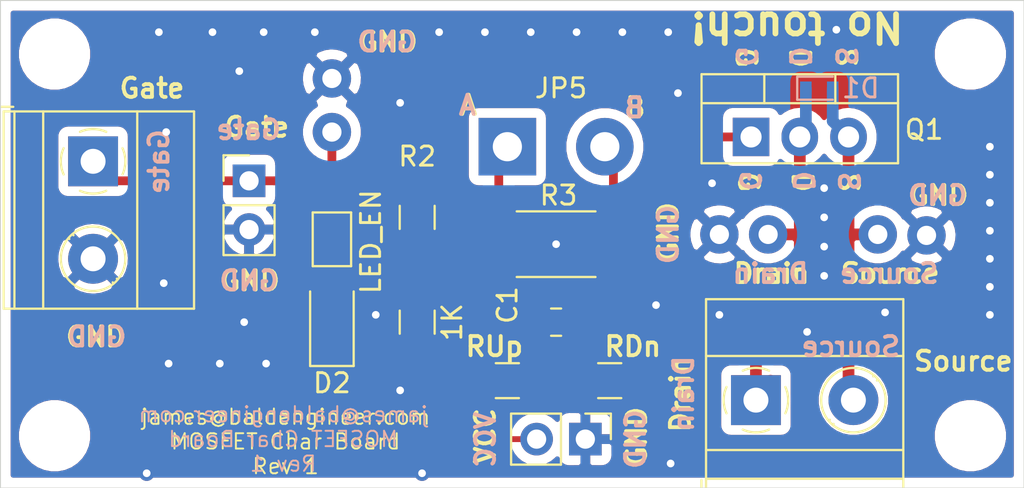
<source format=kicad_pcb>
(kicad_pcb (version 20171130) (host pcbnew "(5.1.4)-1")

  (general
    (thickness 1.6)
    (drawings 51)
    (tracks 100)
    (zones 0)
    (modules 25)
    (nets 10)
  )

  (page A4)
  (layers
    (0 F.Cu signal hide)
    (31 B.Cu signal hide)
    (32 B.Adhes user)
    (33 F.Adhes user)
    (34 B.Paste user)
    (35 F.Paste user)
    (36 B.SilkS user)
    (37 F.SilkS user)
    (38 B.Mask user)
    (39 F.Mask user)
    (40 Dwgs.User user)
    (41 Cmts.User user)
    (42 Eco1.User user)
    (43 Eco2.User user)
    (44 Edge.Cuts user)
    (45 Margin user hide)
    (46 B.CrtYd user hide)
    (47 F.CrtYd user)
    (48 B.Fab user hide)
    (49 F.Fab user hide)
  )

  (setup
    (last_trace_width 0.3048)
    (trace_clearance 0.2)
    (zone_clearance 0.508)
    (zone_45_only no)
    (trace_min 0.2032)
    (via_size 0.8)
    (via_drill 0.4)
    (via_min_size 0.508)
    (via_min_drill 0.3)
    (uvia_size 0.3)
    (uvia_drill 0.1)
    (uvias_allowed no)
    (uvia_min_size 0.3)
    (uvia_min_drill 0.1)
    (edge_width 0.05)
    (segment_width 0.2)
    (pcb_text_width 0.3)
    (pcb_text_size 1.5 1.5)
    (mod_edge_width 0.12)
    (mod_text_size 1 1)
    (mod_text_width 0.15)
    (pad_size 1.524 1.524)
    (pad_drill 0.762)
    (pad_to_mask_clearance 0.051)
    (solder_mask_min_width 0.25)
    (aux_axis_origin 0 0)
    (visible_elements 7FFFFF7F)
    (pcbplotparams
      (layerselection 0x010fc_ffffffff)
      (usegerberextensions false)
      (usegerberattributes false)
      (usegerberadvancedattributes false)
      (creategerberjobfile false)
      (excludeedgelayer true)
      (linewidth 0.100000)
      (plotframeref false)
      (viasonmask false)
      (mode 1)
      (useauxorigin false)
      (hpglpennumber 1)
      (hpglpenspeed 20)
      (hpglpendiameter 15.000000)
      (psnegative false)
      (psa4output false)
      (plotreference true)
      (plotvalue true)
      (plotinvisibletext false)
      (padsonsilk false)
      (subtractmaskfromsilk false)
      (outputformat 1)
      (mirror false)
      (drillshape 1)
      (scaleselection 1)
      (outputdirectory ""))
  )

  (net 0 "")
  (net 1 GND)
  (net 2 /Shunt-A)
  (net 3 /Drain)
  (net 4 /Source)
  (net 5 "Net-(D2-Pad2)")
  (net 6 "Net-(D2-Pad1)")
  (net 7 VCC)
  (net 8 /Gate)
  (net 9 /Shunt-B)

  (net_class Default "This is the default net class."
    (clearance 0.2)
    (trace_width 0.3048)
    (via_dia 0.8)
    (via_drill 0.4)
    (uvia_dia 0.3)
    (uvia_drill 0.1)
    (add_net GND)
    (add_net "Net-(D2-Pad1)")
    (add_net "Net-(D2-Pad2)")
    (add_net VCC)
  )

  (net_class "Drain Source" ""
    (clearance 0.2)
    (trace_width 0.6096)
    (via_dia 0.8)
    (via_drill 0.4)
    (uvia_dia 0.3)
    (uvia_drill 0.1)
    (add_net /Drain)
    (add_net /Source)
  )

  (net_class "Gate Signal" ""
    (clearance 0.2)
    (trace_width 0.4572)
    (via_dia 0.8)
    (via_drill 0.4)
    (uvia_dia 0.3)
    (uvia_drill 0.1)
    (add_net /Gate)
    (add_net /Shunt-A)
    (add_net /Shunt-B)
  )

  (module TerminalBlock:TerminalBlock_bornier-2_P5.08mm (layer F.Cu) (tedit 5E841965) (tstamp 5E8420D8)
    (at 168.656 55.88)
    (descr "simple 2-pin terminal block, pitch 5.08mm, revamped version of bornier2")
    (tags "terminal block bornier2")
    (path /5E837642)
    (fp_text reference JP5 (at 2.794 -3.048) (layer F.SilkS)
      (effects (font (size 1 1) (thickness 0.15)))
    )
    (fp_text value Diff_Probe_Shunt (at 2.54 5.08) (layer F.Fab)
      (effects (font (size 1 1) (thickness 0.15)))
    )
    (fp_line (start 7.79 4) (end -2.71 4) (layer F.CrtYd) (width 0.05))
    (fp_line (start 7.79 4) (end 7.79 -4) (layer F.CrtYd) (width 0.05))
    (fp_line (start -2.71 -4) (end -2.71 4) (layer F.CrtYd) (width 0.05))
    (fp_line (start -2.71 -4) (end 7.79 -4) (layer F.CrtYd) (width 0.05))
    (fp_line (start -2.54 3.81) (end 7.62 3.81) (layer F.Fab) (width 0.12))
    (fp_line (start -2.54 -3.81) (end -2.54 3.81) (layer F.Fab) (width 0.12))
    (fp_line (start 7.62 -3.81) (end -2.54 -3.81) (layer F.Fab) (width 0.12))
    (fp_line (start 7.62 3.81) (end 7.62 -3.81) (layer F.Fab) (width 0.12))
    (fp_line (start 7.62 2.54) (end -2.54 2.54) (layer F.Fab) (width 0.12))
    (fp_line (start 7.54 -3.75) (end -2.46 -3.75) (layer F.Fab) (width 0.1))
    (fp_line (start 7.54 3.75) (end 7.54 -3.75) (layer F.Fab) (width 0.1))
    (fp_line (start -2.46 3.75) (end 7.54 3.75) (layer F.Fab) (width 0.1))
    (fp_line (start -2.46 -3.75) (end -2.46 3.75) (layer F.Fab) (width 0.1))
    (fp_line (start -2.41 2.55) (end 7.49 2.55) (layer F.Fab) (width 0.1))
    (fp_text user %R (at 2.54 0) (layer F.Fab)
      (effects (font (size 1 1) (thickness 0.15)))
    )
    (pad 2 thru_hole circle (at 5.08 0) (size 3 3) (drill 1.52) (layers *.Cu *.Mask)
      (net 9 /Shunt-B))
    (pad 1 thru_hole rect (at 0 0) (size 3 3) (drill 1.52) (layers *.Cu *.Mask)
      (net 2 /Shunt-A))
    (model ${KISYS3DMOD}/TerminalBlock.3dshapes/TerminalBlock_bornier-2_P5.08mm.wrl
      (offset (xyz 2.539999961853027 0 0))
      (scale (xyz 1 1 1))
      (rotate (xyz 0 0 0))
    )
  )

  (module TestPoint:TestPoint_Loop_D2.50mm_Drill1.0mm (layer F.Cu) (tedit 5E841572) (tstamp 5E832768)
    (at 159.512 55.118)
    (descr "wire loop as test point, loop diameter 2.5mm, hole diameter 1.0mm")
    (tags "test point wire loop bead")
    (path /5E8420A5)
    (fp_text reference TP1 (at 0.7 2.5) (layer F.SilkS) hide
      (effects (font (size 1 1) (thickness 0.15)))
    )
    (fp_text value TestPoint (at 0 -2.8) (layer F.Fab)
      (effects (font (size 1 1) (thickness 0.15)))
    )
    (fp_text user %R (at 0.7 2.5) (layer F.Fab)
      (effects (font (size 1 1) (thickness 0.15)))
    )
    (fp_circle (center 0 0) (end 1.5 0) (layer F.CrtYd) (width 0.12))
    (fp_circle (center 0 0) (end 1.8 0) (layer F.CrtYd) (width 0.05))
    (fp_line (start 1.3 -0.2) (end -1.3 -0.2) (layer F.Fab) (width 0.12))
    (fp_line (start 1.3 0.2) (end 1.3 -0.2) (layer F.Fab) (width 0.12))
    (fp_line (start -1.3 0.2) (end 1.3 0.2) (layer F.Fab) (width 0.12))
    (fp_line (start -1.3 -0.2) (end -1.3 0.2) (layer F.Fab) (width 0.12))
    (pad 1 thru_hole circle (at 0 0) (size 2 2) (drill 1) (layers *.Cu *.Mask)
      (net 8 /Gate))
    (model ${KISYS3DMOD}/TestPoint.3dshapes/TestPoint_Loop_D2.50mm_Drill1.0mm.wrl
      (at (xyz 0 0 0))
      (scale (xyz 1 1 1))
      (rotate (xyz 0 0 0))
    )
  )

  (module TestPoint:TestPoint_Loop_D2.50mm_Drill1.0mm (layer F.Cu) (tedit 5E841563) (tstamp 5E832792)
    (at 159.512 52.324)
    (descr "wire loop as test point, loop diameter 2.5mm, hole diameter 1.0mm")
    (tags "test point wire loop bead")
    (path /5E875259)
    (fp_text reference TP4 (at -2.286 -1.905) (layer F.SilkS) hide
      (effects (font (size 1 1) (thickness 0.15)))
    )
    (fp_text value TestPoint (at 0 -2.8) (layer F.Fab)
      (effects (font (size 1 1) (thickness 0.15)))
    )
    (fp_text user %R (at 0.7 2.5) (layer F.Fab)
      (effects (font (size 1 1) (thickness 0.15)))
    )
    (fp_circle (center 0 0) (end 1.5 0) (layer F.CrtYd) (width 0.12))
    (fp_circle (center 0 0) (end 1.8 0) (layer F.CrtYd) (width 0.05))
    (fp_line (start 1.3 -0.2) (end -1.3 -0.2) (layer F.Fab) (width 0.12))
    (fp_line (start 1.3 0.2) (end 1.3 -0.2) (layer F.Fab) (width 0.12))
    (fp_line (start -1.3 0.2) (end 1.3 0.2) (layer F.Fab) (width 0.12))
    (fp_line (start -1.3 -0.2) (end -1.3 0.2) (layer F.Fab) (width 0.12))
    (pad 1 thru_hole circle (at 0 0) (size 2 2) (drill 1) (layers *.Cu *.Mask)
      (net 1 GND))
    (model ${KISYS3DMOD}/TestPoint.3dshapes/TestPoint_Loop_D2.50mm_Drill1.0mm.wrl
      (at (xyz 0 0 0))
      (scale (xyz 1 1 1))
      (rotate (xyz 0 0 0))
    )
  )

  (module TestPoint:TestPoint_Loop_D2.50mm_Drill1.0mm locked (layer F.Cu) (tedit 5E84129C) (tstamp 5E832784)
    (at 187.96 60.452)
    (descr "wire loop as test point, loop diameter 2.5mm, hole diameter 1.0mm")
    (tags "test point wire loop bead")
    (path /5E8424F7)
    (fp_text reference TP3 (at -0.5588 -1.8542) (layer F.SilkS) hide
      (effects (font (size 1 1) (thickness 0.15)))
    )
    (fp_text value TestPoint (at 0 -2.8) (layer F.Fab)
      (effects (font (size 1 1) (thickness 0.15)))
    )
    (fp_text user %R (at 0.7 2.5) (layer F.Fab)
      (effects (font (size 1 1) (thickness 0.15)))
    )
    (fp_circle (center 0 0) (end 1.5 0) (layer F.Fab) (width 0.12))
    (fp_circle (center 0 0) (end 1.8 0) (layer F.CrtYd) (width 0.05))
    (fp_line (start 1.3 -0.2) (end -1.3 -0.2) (layer F.Fab) (width 0.12))
    (fp_line (start 1.3 0.2) (end 1.3 -0.2) (layer F.Fab) (width 0.12))
    (fp_line (start -1.3 0.2) (end 1.3 0.2) (layer F.Fab) (width 0.12))
    (fp_line (start -1.3 -0.2) (end -1.3 0.2) (layer F.Fab) (width 0.12))
    (pad 1 thru_hole circle (at 0 0) (size 2 2) (drill 1) (layers *.Cu *.Mask)
      (net 4 /Source))
    (model ${KISYS3DMOD}/TestPoint.3dshapes/TestPoint_Loop_D2.50mm_Drill1.0mm.wrl
      (at (xyz 0 0 0))
      (scale (xyz 1 1 1))
      (rotate (xyz 0 0 0))
    )
  )

  (module TestPoint:TestPoint_Loop_D2.50mm_Drill1.0mm locked (layer F.Cu) (tedit 5E84128E) (tstamp 5E843166)
    (at 190.5 60.5028)
    (descr "wire loop as test point, loop diameter 2.5mm, hole diameter 1.0mm")
    (tags "test point wire loop bead")
    (path /5E87361E)
    (fp_text reference TP6 (at 0.1016 2.2098) (layer F.SilkS) hide
      (effects (font (size 1 1) (thickness 0.15)))
    )
    (fp_text value TestPoint (at 0 -2.8) (layer F.Fab)
      (effects (font (size 1 1) (thickness 0.15)))
    )
    (fp_text user %R (at 0.7 2.5) (layer F.Fab)
      (effects (font (size 1 1) (thickness 0.15)))
    )
    (fp_circle (center 0 0) (end 1.5 0) (layer F.Fab) (width 0.12))
    (fp_circle (center 0 0) (end 1.8 0) (layer F.CrtYd) (width 0.05))
    (fp_line (start 1.3 -0.2) (end -1.3 -0.2) (layer F.Fab) (width 0.12))
    (fp_line (start 1.3 0.2) (end 1.3 -0.2) (layer F.Fab) (width 0.12))
    (fp_line (start -1.3 0.2) (end 1.3 0.2) (layer F.Fab) (width 0.12))
    (fp_line (start -1.3 -0.2) (end -1.3 0.2) (layer F.Fab) (width 0.12))
    (pad 1 thru_hole circle (at 0 0) (size 2 2) (drill 1) (layers *.Cu *.Mask)
      (net 1 GND))
    (model ${KISYS3DMOD}/TestPoint.3dshapes/TestPoint_Loop_D2.50mm_Drill1.0mm.wrl
      (at (xyz 0 0 0))
      (scale (xyz 1 1 1))
      (rotate (xyz 0 0 0))
    )
  )

  (module TestPoint:TestPoint_Loop_D2.50mm_Drill1.0mm locked (layer F.Cu) (tedit 5E841275) (tstamp 5E84B920)
    (at 182.245 60.452)
    (descr "wire loop as test point, loop diameter 2.5mm, hole diameter 1.0mm")
    (tags "test point wire loop bead")
    (path /5E8423AC)
    (fp_text reference TP2 (at 0.6096 -1.9558 180) (layer F.SilkS) hide
      (effects (font (size 1 1) (thickness 0.15)))
    )
    (fp_text value TestPoint (at 0 -2.8) (layer F.Fab)
      (effects (font (size 1 1) (thickness 0.15)))
    )
    (fp_text user %R (at 0.7 2.5) (layer F.Fab)
      (effects (font (size 1 1) (thickness 0.15)))
    )
    (fp_circle (center 0 0) (end 1.5 0) (layer F.Fab) (width 0.12))
    (fp_circle (center 0 0) (end 1.8 0) (layer F.CrtYd) (width 0.05))
    (fp_line (start 1.3 -0.2) (end -1.3 -0.2) (layer F.Fab) (width 0.12))
    (fp_line (start 1.3 0.2) (end 1.3 -0.2) (layer F.Fab) (width 0.12))
    (fp_line (start -1.3 0.2) (end 1.3 0.2) (layer F.Fab) (width 0.12))
    (fp_line (start -1.3 -0.2) (end -1.3 0.2) (layer F.Fab) (width 0.12))
    (pad 1 thru_hole circle (at 0 0) (size 2 2) (drill 1) (layers *.Cu *.Mask)
      (net 3 /Drain))
    (model ${KISYS3DMOD}/TestPoint.3dshapes/TestPoint_Loop_D2.50mm_Drill1.0mm.wrl
      (at (xyz 0 0 0))
      (scale (xyz 1 1 1))
      (rotate (xyz 0 0 0))
    )
  )

  (module TestPoint:TestPoint_Loop_D2.50mm_Drill1.0mm locked (layer F.Cu) (tedit 5E841263) (tstamp 5E84169F)
    (at 179.705 60.452)
    (descr "wire loop as test point, loop diameter 2.5mm, hole diameter 1.0mm")
    (tags "test point wire loop bead")
    (path /5E872465)
    (fp_text reference TP5 (at 0.0508 2.2352) (layer F.SilkS) hide
      (effects (font (size 1 1) (thickness 0.15)))
    )
    (fp_text value "TestPoint-esden said I could" (at 0 -2.8) (layer F.Fab)
      (effects (font (size 1 1) (thickness 0.15)))
    )
    (fp_text user %R (at 0.7 2.5) (layer F.Fab)
      (effects (font (size 1 1) (thickness 0.15)))
    )
    (fp_circle (center 0 0) (end 1.5 0) (layer F.Fab) (width 0.12))
    (fp_circle (center 0 0) (end 1.8 0) (layer F.CrtYd) (width 0.05))
    (fp_line (start 1.3 -0.2) (end -1.3 -0.2) (layer F.Fab) (width 0.12))
    (fp_line (start 1.3 0.2) (end 1.3 -0.2) (layer F.Fab) (width 0.12))
    (fp_line (start -1.3 0.2) (end 1.3 0.2) (layer F.Fab) (width 0.12))
    (fp_line (start -1.3 -0.2) (end -1.3 0.2) (layer F.Fab) (width 0.12))
    (pad 1 thru_hole circle (at 0 0) (size 2 2) (drill 1) (layers *.Cu *.Mask)
      (net 1 GND))
    (model ${KISYS3DMOD}/TestPoint.3dshapes/TestPoint_Loop_D2.50mm_Drill1.0mm.wrl
      (at (xyz 0 0 0))
      (scale (xyz 1 1 1))
      (rotate (xyz 0 0 0))
    )
  )

  (module Connector_PinHeader_2.54mm:PinHeader_1x02_P2.54mm_Vertical (layer F.Cu) (tedit 59FED5CC) (tstamp 5E84687E)
    (at 155.194 57.658)
    (descr "Through hole straight pin header, 1x02, 2.54mm pitch, single row")
    (tags "Through hole pin header THT 1x02 2.54mm single row")
    (path /5E889BED)
    (fp_text reference JP2 (at 0 -4.318) (layer F.SilkS) hide
      (effects (font (size 1 1) (thickness 0.15)))
    )
    (fp_text value FET_HDR (at 0 4.87) (layer F.Fab)
      (effects (font (size 1 1) (thickness 0.15)))
    )
    (fp_text user %R (at 0 1.27 90) (layer F.Fab)
      (effects (font (size 1 1) (thickness 0.15)))
    )
    (fp_line (start 1.8 -1.8) (end -1.8 -1.8) (layer F.CrtYd) (width 0.05))
    (fp_line (start 1.8 4.35) (end 1.8 -1.8) (layer F.CrtYd) (width 0.05))
    (fp_line (start -1.8 4.35) (end 1.8 4.35) (layer F.CrtYd) (width 0.05))
    (fp_line (start -1.8 -1.8) (end -1.8 4.35) (layer F.CrtYd) (width 0.05))
    (fp_line (start -1.33 -1.33) (end 0 -1.33) (layer F.SilkS) (width 0.12))
    (fp_line (start -1.33 0) (end -1.33 -1.33) (layer F.SilkS) (width 0.12))
    (fp_line (start -1.33 1.27) (end 1.33 1.27) (layer F.SilkS) (width 0.12))
    (fp_line (start 1.33 1.27) (end 1.33 3.87) (layer F.SilkS) (width 0.12))
    (fp_line (start -1.33 1.27) (end -1.33 3.87) (layer F.SilkS) (width 0.12))
    (fp_line (start -1.33 3.87) (end 1.33 3.87) (layer F.SilkS) (width 0.12))
    (fp_line (start -1.27 -0.635) (end -0.635 -1.27) (layer F.Fab) (width 0.1))
    (fp_line (start -1.27 3.81) (end -1.27 -0.635) (layer F.Fab) (width 0.1))
    (fp_line (start 1.27 3.81) (end -1.27 3.81) (layer F.Fab) (width 0.1))
    (fp_line (start 1.27 -1.27) (end 1.27 3.81) (layer F.Fab) (width 0.1))
    (fp_line (start -0.635 -1.27) (end 1.27 -1.27) (layer F.Fab) (width 0.1))
    (pad 2 thru_hole oval (at 0 2.54) (size 1.7 1.7) (drill 1) (layers *.Cu *.Mask)
      (net 1 GND))
    (pad 1 thru_hole rect (at 0 0) (size 1.7 1.7) (drill 1) (layers *.Cu *.Mask)
      (net 8 /Gate))
    (model ${KISYS3DMOD}/Connector_PinHeader_2.54mm.3dshapes/PinHeader_1x02_P2.54mm_Vertical.wrl
      (at (xyz 0 0 0))
      (scale (xyz 1 1 1))
      (rotate (xyz 0 0 0))
    )
  )

  (module TerminalBlock_Phoenix:TerminalBlock_Phoenix_MKDS-1,5-2-5.08_1x02_P5.08mm_Horizontal (layer F.Cu) (tedit 5B294EBC) (tstamp 5E842213)
    (at 147.066 56.642 270)
    (descr "Terminal Block Phoenix MKDS-1,5-2-5.08, 2 pins, pitch 5.08mm, size 10.2x9.8mm^2, drill diamater 1.3mm, pad diameter 2.6mm, see http://www.farnell.com/datasheets/100425.pdf, script-generated using https://github.com/pointhi/kicad-footprint-generator/scripts/TerminalBlock_Phoenix")
    (tags "THT Terminal Block Phoenix MKDS-1,5-2-5.08 pitch 5.08mm size 10.2x9.8mm^2 drill 1.3mm pad 2.6mm")
    (path /5E884E27)
    (fp_text reference J1 (at 9.017 -5.207 180) (layer F.SilkS) hide
      (effects (font (size 1 1) (thickness 0.15)))
    )
    (fp_text value FET_SCREW (at 2.54 5.66 90) (layer F.Fab)
      (effects (font (size 1 1) (thickness 0.15)))
    )
    (fp_text user %R (at 2.54 3.2 90) (layer F.Fab)
      (effects (font (size 1 1) (thickness 0.15)))
    )
    (fp_line (start 8.13 -5.71) (end -3.04 -5.71) (layer F.CrtYd) (width 0.05))
    (fp_line (start 8.13 5.1) (end 8.13 -5.71) (layer F.CrtYd) (width 0.05))
    (fp_line (start -3.04 5.1) (end 8.13 5.1) (layer F.CrtYd) (width 0.05))
    (fp_line (start -3.04 -5.71) (end -3.04 5.1) (layer F.CrtYd) (width 0.05))
    (fp_line (start -2.84 4.9) (end -2.34 4.9) (layer F.SilkS) (width 0.12))
    (fp_line (start -2.84 4.16) (end -2.84 4.9) (layer F.SilkS) (width 0.12))
    (fp_line (start 3.853 1.023) (end 3.806 1.069) (layer F.SilkS) (width 0.12))
    (fp_line (start 6.15 -1.275) (end 6.115 -1.239) (layer F.SilkS) (width 0.12))
    (fp_line (start 4.046 1.239) (end 4.011 1.274) (layer F.SilkS) (width 0.12))
    (fp_line (start 6.355 -1.069) (end 6.308 -1.023) (layer F.SilkS) (width 0.12))
    (fp_line (start 6.035 -1.138) (end 3.943 0.955) (layer F.Fab) (width 0.1))
    (fp_line (start 6.218 -0.955) (end 4.126 1.138) (layer F.Fab) (width 0.1))
    (fp_line (start 0.955 -1.138) (end -1.138 0.955) (layer F.Fab) (width 0.1))
    (fp_line (start 1.138 -0.955) (end -0.955 1.138) (layer F.Fab) (width 0.1))
    (fp_line (start 7.68 -5.261) (end 7.68 4.66) (layer F.SilkS) (width 0.12))
    (fp_line (start -2.6 -5.261) (end -2.6 4.66) (layer F.SilkS) (width 0.12))
    (fp_line (start -2.6 4.66) (end 7.68 4.66) (layer F.SilkS) (width 0.12))
    (fp_line (start -2.6 -5.261) (end 7.68 -5.261) (layer F.SilkS) (width 0.12))
    (fp_line (start -2.6 -2.301) (end 7.68 -2.301) (layer F.SilkS) (width 0.12))
    (fp_line (start -2.54 -2.3) (end 7.62 -2.3) (layer F.Fab) (width 0.1))
    (fp_line (start -2.6 2.6) (end 7.68 2.6) (layer F.SilkS) (width 0.12))
    (fp_line (start -2.54 2.6) (end 7.62 2.6) (layer F.Fab) (width 0.1))
    (fp_line (start -2.6 4.1) (end 7.68 4.1) (layer F.SilkS) (width 0.12))
    (fp_line (start -2.54 4.1) (end 7.62 4.1) (layer F.Fab) (width 0.1))
    (fp_line (start -2.54 4.1) (end -2.54 -5.2) (layer F.Fab) (width 0.1))
    (fp_line (start -2.04 4.6) (end -2.54 4.1) (layer F.Fab) (width 0.1))
    (fp_line (start 7.62 4.6) (end -2.04 4.6) (layer F.Fab) (width 0.1))
    (fp_line (start 7.62 -5.2) (end 7.62 4.6) (layer F.Fab) (width 0.1))
    (fp_line (start -2.54 -5.2) (end 7.62 -5.2) (layer F.Fab) (width 0.1))
    (fp_circle (center 5.08 0) (end 6.76 0) (layer F.SilkS) (width 0.12))
    (fp_circle (center 5.08 0) (end 6.58 0) (layer F.Fab) (width 0.1))
    (fp_circle (center 0 0) (end 1.5 0) (layer F.Fab) (width 0.1))
    (fp_arc (start 0 0) (end -0.684 1.535) (angle -25) (layer F.SilkS) (width 0.12))
    (fp_arc (start 0 0) (end -1.535 -0.684) (angle -48) (layer F.SilkS) (width 0.12))
    (fp_arc (start 0 0) (end 0.684 -1.535) (angle -48) (layer F.SilkS) (width 0.12))
    (fp_arc (start 0 0) (end 1.535 0.684) (angle -48) (layer F.SilkS) (width 0.12))
    (fp_arc (start 0 0) (end 0 1.68) (angle -24) (layer F.SilkS) (width 0.12))
    (pad 2 thru_hole circle (at 5.08 0 270) (size 2.6 2.6) (drill 1.3) (layers *.Cu *.Mask)
      (net 1 GND))
    (pad 1 thru_hole rect (at 0 0 270) (size 2.6 2.6) (drill 1.3) (layers *.Cu *.Mask)
      (net 8 /Gate))
    (model ${KISYS3DMOD}/TerminalBlock_Phoenix.3dshapes/TerminalBlock_Phoenix_MKDS-1,5-2-5.08_1x02_P5.08mm_Horizontal.wrl
      (at (xyz 0 0 0))
      (scale (xyz 1 1 1))
      (rotate (xyz 0 0 0))
    )
  )

  (module "My Libraries:TO-220-3_Vertical_GDS" locked (layer F.Cu) (tedit 5E82CF40) (tstamp 5E8402D1)
    (at 181.356 55.372)
    (descr "TO-220-3, Vertical, RM 2.54mm, see https://www.vishay.com/docs/66542/to-220-1.pdf")
    (tags "TO-220-3 Vertical RM 2.54mm")
    (path /5E839268)
    (fp_text reference Q1 (at 9.017 -0.381) (layer F.SilkS)
      (effects (font (size 1 1) (thickness 0.15)))
    )
    (fp_text value MOSFET_N (at 2.54 2.5) (layer F.Fab)
      (effects (font (size 1 1) (thickness 0.15)))
    )
    (fp_line (start -2.46 -3.15) (end -2.46 1.25) (layer F.Fab) (width 0.1))
    (fp_line (start -2.46 1.25) (end 7.54 1.25) (layer F.Fab) (width 0.1))
    (fp_line (start 7.54 1.25) (end 7.54 -3.15) (layer F.Fab) (width 0.1))
    (fp_line (start 7.54 -3.15) (end -2.46 -3.15) (layer F.Fab) (width 0.1))
    (fp_line (start -2.46 -1.88) (end 7.54 -1.88) (layer F.Fab) (width 0.1))
    (fp_line (start 0.69 -3.15) (end 0.69 -1.88) (layer F.Fab) (width 0.1))
    (fp_line (start 4.39 -3.15) (end 4.39 -1.88) (layer F.Fab) (width 0.1))
    (fp_line (start -2.58 -3.27) (end 7.66 -3.27) (layer F.SilkS) (width 0.12))
    (fp_line (start -2.58 1.371) (end 7.66 1.371) (layer F.SilkS) (width 0.12))
    (fp_line (start -2.58 -3.27) (end -2.58 1.371) (layer F.SilkS) (width 0.12))
    (fp_line (start 7.66 -3.27) (end 7.66 1.371) (layer F.SilkS) (width 0.12))
    (fp_line (start -2.58 -1.76) (end 7.66 -1.76) (layer F.SilkS) (width 0.12))
    (fp_line (start 0.69 -3.27) (end 0.69 -1.76) (layer F.SilkS) (width 0.12))
    (fp_line (start 4.391 -3.27) (end 4.391 -1.76) (layer F.SilkS) (width 0.12))
    (fp_line (start -2.71 -3.4) (end -2.71 1.51) (layer F.CrtYd) (width 0.05))
    (fp_line (start -2.71 1.51) (end 7.79 1.51) (layer F.CrtYd) (width 0.05))
    (fp_line (start 7.79 1.51) (end 7.79 -3.4) (layer F.CrtYd) (width 0.05))
    (fp_line (start 7.79 -3.4) (end -2.71 -3.4) (layer F.CrtYd) (width 0.05))
    (fp_text user %R (at 2.54 -4.27) (layer F.Fab)
      (effects (font (size 1 1) (thickness 0.15)))
    )
    (pad G thru_hole rect (at 0 0) (size 1.905 2) (drill 1.1) (layers *.Cu *.Mask)
      (net 9 /Shunt-B))
    (pad D thru_hole oval (at 2.54 0) (size 1.905 2) (drill 1.1) (layers *.Cu *.Mask)
      (net 3 /Drain))
    (pad S thru_hole oval (at 5.08 0) (size 1.905 2) (drill 1.1) (layers *.Cu *.Mask)
      (net 4 /Source))
    (model ${KISYS3DMOD}/Package_TO_SOT_THT.3dshapes/TO-220-3_Vertical.wrl
      (at (xyz 0 0 0))
      (scale (xyz 1 1 1))
      (rotate (xyz 0 0 0))
    )
  )

  (module Resistor_SMD:R_1206_3216Metric_Pad1.42x1.75mm_HandSolder (layer F.Cu) (tedit 5B301BBD) (tstamp 5E83275A)
    (at 163.957 65.024 90)
    (descr "Resistor SMD 1206 (3216 Metric), square (rectangular) end terminal, IPC_7351 nominal with elongated pad for handsoldering. (Body size source: http://www.tortai-tech.com/upload/download/2011102023233369053.pdf), generated with kicad-footprint-generator")
    (tags "resistor handsolder")
    (path /5E854A6A)
    (attr smd)
    (fp_text reference R5 (at 0 1.905 90) (layer F.SilkS) hide
      (effects (font (size 1 1) (thickness 0.15)))
    )
    (fp_text value 1K (at 0 1.82 90) (layer F.SilkS)
      (effects (font (size 1 1) (thickness 0.15)))
    )
    (fp_text user %R (at 0 0 90) (layer F.Fab)
      (effects (font (size 0.8 0.8) (thickness 0.12)))
    )
    (fp_line (start 2.45 1.12) (end -2.45 1.12) (layer F.CrtYd) (width 0.05))
    (fp_line (start 2.45 -1.12) (end 2.45 1.12) (layer F.CrtYd) (width 0.05))
    (fp_line (start -2.45 -1.12) (end 2.45 -1.12) (layer F.CrtYd) (width 0.05))
    (fp_line (start -2.45 1.12) (end -2.45 -1.12) (layer F.CrtYd) (width 0.05))
    (fp_line (start -0.602064 0.91) (end 0.602064 0.91) (layer F.SilkS) (width 0.12))
    (fp_line (start -0.602064 -0.91) (end 0.602064 -0.91) (layer F.SilkS) (width 0.12))
    (fp_line (start 1.6 0.8) (end -1.6 0.8) (layer F.Fab) (width 0.1))
    (fp_line (start 1.6 -0.8) (end 1.6 0.8) (layer F.Fab) (width 0.1))
    (fp_line (start -1.6 -0.8) (end 1.6 -0.8) (layer F.Fab) (width 0.1))
    (fp_line (start -1.6 0.8) (end -1.6 -0.8) (layer F.Fab) (width 0.1))
    (pad 2 smd roundrect (at 1.4875 0 90) (size 1.425 1.75) (layers F.Cu F.Paste F.Mask) (roundrect_rratio 0.175439)
      (net 1 GND))
    (pad 1 smd roundrect (at -1.4875 0 90) (size 1.425 1.75) (layers F.Cu F.Paste F.Mask) (roundrect_rratio 0.175439)
      (net 6 "Net-(D2-Pad1)"))
    (model ${KISYS3DMOD}/Resistor_SMD.3dshapes/R_1206_3216Metric.wrl
      (at (xyz 0 0 0))
      (scale (xyz 1 1 1))
      (rotate (xyz 0 0 0))
    )
  )

  (module Resistor_SMD:R_1206_3216Metric_Pad1.42x1.75mm_HandSolder (layer F.Cu) (tedit 5B301BBD) (tstamp 5E832749)
    (at 173.99 68.072)
    (descr "Resistor SMD 1206 (3216 Metric), square (rectangular) end terminal, IPC_7351 nominal with elongated pad for handsoldering. (Body size source: http://www.tortai-tech.com/upload/download/2011102023233369053.pdf), generated with kicad-footprint-generator")
    (tags "resistor handsolder")
    (path /5E832F6F)
    (attr smd)
    (fp_text reference R4 (at 1.651 -1.778 180) (layer F.SilkS) hide
      (effects (font (size 1 1) (thickness 0.15)))
    )
    (fp_text value Pull-Down (at 0 1.82) (layer F.Fab)
      (effects (font (size 1 1) (thickness 0.15)))
    )
    (fp_text user %R (at 0 0) (layer F.Fab)
      (effects (font (size 0.8 0.8) (thickness 0.12)))
    )
    (fp_line (start 2.45 1.12) (end -2.45 1.12) (layer F.CrtYd) (width 0.05))
    (fp_line (start 2.45 -1.12) (end 2.45 1.12) (layer F.CrtYd) (width 0.05))
    (fp_line (start -2.45 -1.12) (end 2.45 -1.12) (layer F.CrtYd) (width 0.05))
    (fp_line (start -2.45 1.12) (end -2.45 -1.12) (layer F.CrtYd) (width 0.05))
    (fp_line (start -0.602064 0.91) (end 0.602064 0.91) (layer F.SilkS) (width 0.12))
    (fp_line (start -0.602064 -0.91) (end 0.602064 -0.91) (layer F.SilkS) (width 0.12))
    (fp_line (start 1.6 0.8) (end -1.6 0.8) (layer F.Fab) (width 0.1))
    (fp_line (start 1.6 -0.8) (end 1.6 0.8) (layer F.Fab) (width 0.1))
    (fp_line (start -1.6 -0.8) (end 1.6 -0.8) (layer F.Fab) (width 0.1))
    (fp_line (start -1.6 0.8) (end -1.6 -0.8) (layer F.Fab) (width 0.1))
    (pad 2 smd roundrect (at 1.4875 0) (size 1.425 1.75) (layers F.Cu F.Paste F.Mask) (roundrect_rratio 0.175439)
      (net 1 GND))
    (pad 1 smd roundrect (at -1.4875 0) (size 1.425 1.75) (layers F.Cu F.Paste F.Mask) (roundrect_rratio 0.175439)
      (net 2 /Shunt-A))
    (model ${KISYS3DMOD}/Resistor_SMD.3dshapes/R_1206_3216Metric.wrl
      (at (xyz 0 0 0))
      (scale (xyz 1 1 1))
      (rotate (xyz 0 0 0))
    )
  )

  (module Resistor_SMD:R_2512_6332Metric_Pad1.52x3.35mm_HandSolder (layer F.Cu) (tedit 5B301BBD) (tstamp 5E8423E4)
    (at 171.196 60.96 180)
    (descr "Resistor SMD 2512 (6332 Metric), square (rectangular) end terminal, IPC_7351 nominal with elongated pad for handsoldering. (Body size source: http://www.tortai-tech.com/upload/download/2011102023233369053.pdf), generated with kicad-footprint-generator")
    (tags "resistor handsolder")
    (path /5E836B3D)
    (attr smd)
    (fp_text reference R3 (at -0.127 2.54) (layer F.SilkS)
      (effects (font (size 1 1) (thickness 0.15)))
    )
    (fp_text value Shunt (at 0 2.62) (layer F.Fab)
      (effects (font (size 1 1) (thickness 0.15)))
    )
    (fp_text user %R (at 0 0) (layer F.Fab)
      (effects (font (size 1 1) (thickness 0.15)))
    )
    (fp_line (start 4 1.92) (end -4 1.92) (layer F.CrtYd) (width 0.05))
    (fp_line (start 4 -1.92) (end 4 1.92) (layer F.CrtYd) (width 0.05))
    (fp_line (start -4 -1.92) (end 4 -1.92) (layer F.CrtYd) (width 0.05))
    (fp_line (start -4 1.92) (end -4 -1.92) (layer F.CrtYd) (width 0.05))
    (fp_line (start -2.052064 1.71) (end 2.052064 1.71) (layer F.SilkS) (width 0.12))
    (fp_line (start -2.052064 -1.71) (end 2.052064 -1.71) (layer F.SilkS) (width 0.12))
    (fp_line (start 3.15 1.6) (end -3.15 1.6) (layer F.Fab) (width 0.1))
    (fp_line (start 3.15 -1.6) (end 3.15 1.6) (layer F.Fab) (width 0.1))
    (fp_line (start -3.15 -1.6) (end 3.15 -1.6) (layer F.Fab) (width 0.1))
    (fp_line (start -3.15 1.6) (end -3.15 -1.6) (layer F.Fab) (width 0.1))
    (pad 2 smd roundrect (at 2.9875 0 180) (size 1.525 3.35) (layers F.Cu F.Paste F.Mask) (roundrect_rratio 0.163934)
      (net 2 /Shunt-A))
    (pad 1 smd roundrect (at -2.9875 0 180) (size 1.525 3.35) (layers F.Cu F.Paste F.Mask) (roundrect_rratio 0.163934)
      (net 9 /Shunt-B))
    (model ${KISYS3DMOD}/Resistor_SMD.3dshapes/R_2512_6332Metric.wrl
      (at (xyz 0 0 0))
      (scale (xyz 1 1 1))
      (rotate (xyz 0 0 0))
    )
  )

  (module Resistor_SMD:R_1206_3216Metric_Pad1.42x1.75mm_HandSolder (layer F.Cu) (tedit 5B301BBD) (tstamp 5E840EA8)
    (at 163.957 59.563 90)
    (descr "Resistor SMD 1206 (3216 Metric), square (rectangular) end terminal, IPC_7351 nominal with elongated pad for handsoldering. (Body size source: http://www.tortai-tech.com/upload/download/2011102023233369053.pdf), generated with kicad-footprint-generator")
    (tags "resistor handsolder")
    (path /5E82FCBE)
    (attr smd)
    (fp_text reference R2 (at 3.175 0 180) (layer F.SilkS)
      (effects (font (size 1 1) (thickness 0.15)))
    )
    (fp_text value Cur_Limit (at 0 1.82 90) (layer F.Fab)
      (effects (font (size 1 1) (thickness 0.15)))
    )
    (fp_text user %R (at 0 0 90) (layer F.Fab)
      (effects (font (size 0.8 0.8) (thickness 0.12)))
    )
    (fp_line (start 2.45 1.12) (end -2.45 1.12) (layer F.CrtYd) (width 0.05))
    (fp_line (start 2.45 -1.12) (end 2.45 1.12) (layer F.CrtYd) (width 0.05))
    (fp_line (start -2.45 -1.12) (end 2.45 -1.12) (layer F.CrtYd) (width 0.05))
    (fp_line (start -2.45 1.12) (end -2.45 -1.12) (layer F.CrtYd) (width 0.05))
    (fp_line (start -0.602064 0.91) (end 0.602064 0.91) (layer F.SilkS) (width 0.12))
    (fp_line (start -0.602064 -0.91) (end 0.602064 -0.91) (layer F.SilkS) (width 0.12))
    (fp_line (start 1.6 0.8) (end -1.6 0.8) (layer F.Fab) (width 0.1))
    (fp_line (start 1.6 -0.8) (end 1.6 0.8) (layer F.Fab) (width 0.1))
    (fp_line (start -1.6 -0.8) (end 1.6 -0.8) (layer F.Fab) (width 0.1))
    (fp_line (start -1.6 0.8) (end -1.6 -0.8) (layer F.Fab) (width 0.1))
    (pad 2 smd roundrect (at 1.4875 0 90) (size 1.425 1.75) (layers F.Cu F.Paste F.Mask) (roundrect_rratio 0.175439)
      (net 8 /Gate))
    (pad 1 smd roundrect (at -1.4875 0 90) (size 1.425 1.75) (layers F.Cu F.Paste F.Mask) (roundrect_rratio 0.175439)
      (net 2 /Shunt-A))
    (model ${KISYS3DMOD}/Resistor_SMD.3dshapes/R_1206_3216Metric.wrl
      (at (xyz 0 0 0))
      (scale (xyz 1 1 1))
      (rotate (xyz 0 0 0))
    )
  )

  (module Resistor_SMD:R_1206_3216Metric_Pad1.42x1.75mm_HandSolder (layer F.Cu) (tedit 5B301BBD) (tstamp 5E832716)
    (at 168.656 68.072)
    (descr "Resistor SMD 1206 (3216 Metric), square (rectangular) end terminal, IPC_7351 nominal with elongated pad for handsoldering. (Body size source: http://www.tortai-tech.com/upload/download/2011102023233369053.pdf), generated with kicad-footprint-generator")
    (tags "resistor handsolder")
    (path /5E831BD2)
    (attr smd)
    (fp_text reference R1 (at -0.508 -1.778) (layer F.SilkS) hide
      (effects (font (size 1 1) (thickness 0.15)))
    )
    (fp_text value Pull-Up (at 0 1.82) (layer F.Fab)
      (effects (font (size 1 1) (thickness 0.15)))
    )
    (fp_text user %R (at 0 0) (layer F.Fab)
      (effects (font (size 0.8 0.8) (thickness 0.12)))
    )
    (fp_line (start 2.45 1.12) (end -2.45 1.12) (layer F.CrtYd) (width 0.05))
    (fp_line (start 2.45 -1.12) (end 2.45 1.12) (layer F.CrtYd) (width 0.05))
    (fp_line (start -2.45 -1.12) (end 2.45 -1.12) (layer F.CrtYd) (width 0.05))
    (fp_line (start -2.45 1.12) (end -2.45 -1.12) (layer F.CrtYd) (width 0.05))
    (fp_line (start -0.602064 0.91) (end 0.602064 0.91) (layer F.SilkS) (width 0.12))
    (fp_line (start -0.602064 -0.91) (end 0.602064 -0.91) (layer F.SilkS) (width 0.12))
    (fp_line (start 1.6 0.8) (end -1.6 0.8) (layer F.Fab) (width 0.1))
    (fp_line (start 1.6 -0.8) (end 1.6 0.8) (layer F.Fab) (width 0.1))
    (fp_line (start -1.6 -0.8) (end 1.6 -0.8) (layer F.Fab) (width 0.1))
    (fp_line (start -1.6 0.8) (end -1.6 -0.8) (layer F.Fab) (width 0.1))
    (pad 2 smd roundrect (at 1.4875 0) (size 1.425 1.75) (layers F.Cu F.Paste F.Mask) (roundrect_rratio 0.175439)
      (net 2 /Shunt-A))
    (pad 1 smd roundrect (at -1.4875 0) (size 1.425 1.75) (layers F.Cu F.Paste F.Mask) (roundrect_rratio 0.175439)
      (net 7 VCC))
    (model ${KISYS3DMOD}/Resistor_SMD.3dshapes/R_1206_3216Metric.wrl
      (at (xyz 0 0 0))
      (scale (xyz 1 1 1))
      (rotate (xyz 0 0 0))
    )
  )

  (module TerminalBlock_Phoenix:TerminalBlock_Phoenix_MKDS-1,5-2-5.08_1x02_P5.08mm_Horizontal (layer F.Cu) (tedit 5B294EBC) (tstamp 5E84B79A)
    (at 181.61 69.088)
    (descr "Terminal Block Phoenix MKDS-1,5-2-5.08, 2 pins, pitch 5.08mm, size 10.2x9.8mm^2, drill diamater 1.3mm, pad diameter 2.6mm, see http://www.farnell.com/datasheets/100425.pdf, script-generated using https://github.com/pointhi/kicad-footprint-generator/scripts/TerminalBlock_Phoenix")
    (tags "THT Terminal Block Phoenix MKDS-1,5-2-5.08 pitch 5.08mm size 10.2x9.8mm^2 drill 1.3mm pad 2.6mm")
    (path /5E837B84)
    (fp_text reference JP6 (at 9.271 -2.921 90) (layer F.SilkS) hide
      (effects (font (size 1 1) (thickness 0.15)))
    )
    (fp_text value Diff_Probe_Screw (at 2.54 5.66) (layer F.Fab)
      (effects (font (size 1 1) (thickness 0.15)))
    )
    (fp_text user %R (at 2.54 3.2) (layer F.Fab)
      (effects (font (size 1 1) (thickness 0.15)))
    )
    (fp_line (start 8.13 -5.71) (end -3.04 -5.71) (layer F.CrtYd) (width 0.05))
    (fp_line (start 8.13 5.1) (end 8.13 -5.71) (layer F.CrtYd) (width 0.05))
    (fp_line (start -3.04 5.1) (end 8.13 5.1) (layer F.CrtYd) (width 0.05))
    (fp_line (start -3.04 -5.71) (end -3.04 5.1) (layer F.CrtYd) (width 0.05))
    (fp_line (start -2.84 4.9) (end -2.34 4.9) (layer F.SilkS) (width 0.12))
    (fp_line (start -2.84 4.16) (end -2.84 4.9) (layer F.SilkS) (width 0.12))
    (fp_line (start 3.853 1.023) (end 3.806 1.069) (layer F.SilkS) (width 0.12))
    (fp_line (start 6.15 -1.275) (end 6.115 -1.239) (layer F.SilkS) (width 0.12))
    (fp_line (start 4.046 1.239) (end 4.011 1.274) (layer F.SilkS) (width 0.12))
    (fp_line (start 6.355 -1.069) (end 6.308 -1.023) (layer F.SilkS) (width 0.12))
    (fp_line (start 6.035 -1.138) (end 3.943 0.955) (layer F.Fab) (width 0.1))
    (fp_line (start 6.218 -0.955) (end 4.126 1.138) (layer F.Fab) (width 0.1))
    (fp_line (start 0.955 -1.138) (end -1.138 0.955) (layer F.Fab) (width 0.1))
    (fp_line (start 1.138 -0.955) (end -0.955 1.138) (layer F.Fab) (width 0.1))
    (fp_line (start 7.68 -5.261) (end 7.68 4.66) (layer F.SilkS) (width 0.12))
    (fp_line (start -2.6 -5.261) (end -2.6 4.66) (layer F.SilkS) (width 0.12))
    (fp_line (start -2.6 4.66) (end 7.68 4.66) (layer F.SilkS) (width 0.12))
    (fp_line (start -2.6 -5.261) (end 7.68 -5.261) (layer F.SilkS) (width 0.12))
    (fp_line (start -2.6 -2.301) (end 7.68 -2.301) (layer F.SilkS) (width 0.12))
    (fp_line (start -2.54 -2.3) (end 7.62 -2.3) (layer F.Fab) (width 0.1))
    (fp_line (start -2.6 2.6) (end 7.68 2.6) (layer F.SilkS) (width 0.12))
    (fp_line (start -2.54 2.6) (end 7.62 2.6) (layer F.Fab) (width 0.1))
    (fp_line (start -2.6 4.1) (end 7.68 4.1) (layer F.SilkS) (width 0.12))
    (fp_line (start -2.54 4.1) (end 7.62 4.1) (layer F.Fab) (width 0.1))
    (fp_line (start -2.54 4.1) (end -2.54 -5.2) (layer F.Fab) (width 0.1))
    (fp_line (start -2.04 4.6) (end -2.54 4.1) (layer F.Fab) (width 0.1))
    (fp_line (start 7.62 4.6) (end -2.04 4.6) (layer F.Fab) (width 0.1))
    (fp_line (start 7.62 -5.2) (end 7.62 4.6) (layer F.Fab) (width 0.1))
    (fp_line (start -2.54 -5.2) (end 7.62 -5.2) (layer F.Fab) (width 0.1))
    (fp_circle (center 5.08 0) (end 6.76 0) (layer F.SilkS) (width 0.12))
    (fp_circle (center 5.08 0) (end 6.58 0) (layer F.Fab) (width 0.1))
    (fp_circle (center 0 0) (end 1.5 0) (layer F.Fab) (width 0.1))
    (fp_arc (start 0 0) (end -0.684 1.535) (angle -25) (layer F.SilkS) (width 0.12))
    (fp_arc (start 0 0) (end -1.535 -0.684) (angle -48) (layer F.SilkS) (width 0.12))
    (fp_arc (start 0 0) (end 0.684 -1.535) (angle -48) (layer F.SilkS) (width 0.12))
    (fp_arc (start 0 0) (end 1.535 0.684) (angle -48) (layer F.SilkS) (width 0.12))
    (fp_arc (start 0 0) (end 0 1.68) (angle -24) (layer F.SilkS) (width 0.12))
    (pad 2 thru_hole circle (at 5.08 0) (size 2.6 2.6) (drill 1.3) (layers *.Cu *.Mask)
      (net 4 /Source))
    (pad 1 thru_hole rect (at 0 0) (size 2.6 2.6) (drill 1.3) (layers *.Cu *.Mask)
      (net 3 /Drain))
    (model ${KISYS3DMOD}/TerminalBlock_Phoenix.3dshapes/TerminalBlock_Phoenix_MKDS-1,5-2-5.08_1x02_P5.08mm_Horizontal.wrl
      (at (xyz 0 0 0))
      (scale (xyz 1 1 1))
      (rotate (xyz 0 0 0))
    )
  )

  (module Jumper:SolderJumper-2_P1.3mm_Open_Pad1.0x1.5mm locked (layer F.Cu) (tedit 5A3EABFC) (tstamp 5E832667)
    (at 159.512 60.706 270)
    (descr "SMD Solder Jumper, 1x1.5mm Pads, 0.3mm gap, open")
    (tags "solder jumper open")
    (path /5E8569E6)
    (attr virtual)
    (fp_text reference JP3 (at 0 -1.8 90) (layer F.SilkS) hide
      (effects (font (size 1 1) (thickness 0.15)))
    )
    (fp_text value LED_EN (at 0.127 -2.032 90) (layer F.SilkS)
      (effects (font (size 1 1) (thickness 0.15)))
    )
    (fp_line (start 1.65 1.25) (end -1.65 1.25) (layer F.CrtYd) (width 0.05))
    (fp_line (start 1.65 1.25) (end 1.65 -1.25) (layer F.CrtYd) (width 0.05))
    (fp_line (start -1.65 -1.25) (end -1.65 1.25) (layer F.CrtYd) (width 0.05))
    (fp_line (start -1.65 -1.25) (end 1.65 -1.25) (layer F.CrtYd) (width 0.05))
    (fp_line (start -1.4 -1) (end 1.4 -1) (layer F.SilkS) (width 0.12))
    (fp_line (start 1.4 -1) (end 1.4 1) (layer F.SilkS) (width 0.12))
    (fp_line (start 1.4 1) (end -1.4 1) (layer F.SilkS) (width 0.12))
    (fp_line (start -1.4 1) (end -1.4 -1) (layer F.SilkS) (width 0.12))
    (pad 1 smd rect (at -0.65 0 270) (size 1 1.5) (layers F.Cu F.Mask)
      (net 8 /Gate))
    (pad 2 smd rect (at 0.65 0 270) (size 1 1.5) (layers F.Cu F.Mask)
      (net 5 "Net-(D2-Pad2)"))
  )

  (module Connector_PinHeader_2.54mm:PinHeader_1x02_P2.54mm_Vertical (layer F.Cu) (tedit 59FED5CC) (tstamp 5E8411D6)
    (at 172.72 71.12 270)
    (descr "Through hole straight pin header, 1x02, 2.54mm pitch, single row")
    (tags "Through hole pin header THT 1x02 2.54mm single row")
    (path /5E866A1F)
    (fp_text reference JP1 (at 0 -2.33 90) (layer F.SilkS) hide
      (effects (font (size 1 1) (thickness 0.15)))
    )
    (fp_text value Pull (at 0 4.87 90) (layer F.Fab)
      (effects (font (size 1 1) (thickness 0.15)))
    )
    (fp_text user %R (at 0 1.27) (layer F.Fab)
      (effects (font (size 1 1) (thickness 0.15)))
    )
    (fp_line (start 1.8 -1.8) (end -1.8 -1.8) (layer F.CrtYd) (width 0.05))
    (fp_line (start 1.8 4.35) (end 1.8 -1.8) (layer F.CrtYd) (width 0.05))
    (fp_line (start -1.8 4.35) (end 1.8 4.35) (layer F.CrtYd) (width 0.05))
    (fp_line (start -1.8 -1.8) (end -1.8 4.35) (layer F.CrtYd) (width 0.05))
    (fp_line (start -1.33 -1.33) (end 0 -1.33) (layer F.SilkS) (width 0.12))
    (fp_line (start -1.33 0) (end -1.33 -1.33) (layer F.SilkS) (width 0.12))
    (fp_line (start -1.33 1.27) (end 1.33 1.27) (layer F.SilkS) (width 0.12))
    (fp_line (start 1.33 1.27) (end 1.33 3.87) (layer F.SilkS) (width 0.12))
    (fp_line (start -1.33 1.27) (end -1.33 3.87) (layer F.SilkS) (width 0.12))
    (fp_line (start -1.33 3.87) (end 1.33 3.87) (layer F.SilkS) (width 0.12))
    (fp_line (start -1.27 -0.635) (end -0.635 -1.27) (layer F.Fab) (width 0.1))
    (fp_line (start -1.27 3.81) (end -1.27 -0.635) (layer F.Fab) (width 0.1))
    (fp_line (start 1.27 3.81) (end -1.27 3.81) (layer F.Fab) (width 0.1))
    (fp_line (start 1.27 -1.27) (end 1.27 3.81) (layer F.Fab) (width 0.1))
    (fp_line (start -0.635 -1.27) (end 1.27 -1.27) (layer F.Fab) (width 0.1))
    (pad 2 thru_hole oval (at 0 2.54 270) (size 1.7 1.7) (drill 1) (layers *.Cu *.Mask)
      (net 7 VCC))
    (pad 1 thru_hole rect (at 0 0 270) (size 1.7 1.7) (drill 1) (layers *.Cu *.Mask)
      (net 1 GND))
    (model ${KISYS3DMOD}/Connector_PinHeader_2.54mm.3dshapes/PinHeader_1x02_P2.54mm_Vertical.wrl
      (at (xyz 0 0 0))
      (scale (xyz 1 1 1))
      (rotate (xyz 0 0 0))
    )
  )

  (module MountingHole:MountingHole_2.7mm_M2.5 (layer F.Cu) (tedit 56D1B4CB) (tstamp 5E83262B)
    (at 192.786 70.9422)
    (descr "Mounting Hole 2.7mm, no annular, M2.5")
    (tags "mounting hole 2.7mm no annular m2.5")
    (path /5E883CAC)
    (attr virtual)
    (fp_text reference H4 (at 0 -3.7) (layer F.SilkS) hide
      (effects (font (size 1 1) (thickness 0.15)))
    )
    (fp_text value MountingHole (at 0 3.7) (layer Margin) hide
      (effects (font (size 1 1) (thickness 0.15)))
    )
    (fp_text user %R (at 0.3 0) (layer F.Fab)
      (effects (font (size 1 1) (thickness 0.15)))
    )
    (fp_circle (center 0 0) (end 2.7 0) (layer Cmts.User) (width 0.15))
    (fp_circle (center 0 0) (end 2.95 0) (layer F.CrtYd) (width 0.05))
    (pad 1 np_thru_hole circle (at 0 0) (size 2.7 2.7) (drill 2.7) (layers *.Cu *.Mask))
  )

  (module MountingHole:MountingHole_2.7mm_M2.5 (layer F.Cu) (tedit 56D1B4CB) (tstamp 5E832623)
    (at 145.0594 70.9422)
    (descr "Mounting Hole 2.7mm, no annular, M2.5")
    (tags "mounting hole 2.7mm no annular m2.5")
    (path /5E8838F9)
    (attr virtual)
    (fp_text reference H3 (at 0 -3.7) (layer F.SilkS) hide
      (effects (font (size 1 1) (thickness 0.15)))
    )
    (fp_text value MountingHole (at 0 3.7) (layer Margin) hide
      (effects (font (size 1 1) (thickness 0.15)))
    )
    (fp_text user %R (at 0.3 0) (layer F.Fab)
      (effects (font (size 1 1) (thickness 0.15)))
    )
    (fp_circle (center 0 0) (end 2.7 0) (layer Cmts.User) (width 0.15))
    (fp_circle (center 0 0) (end 2.95 0) (layer F.CrtYd) (width 0.05))
    (pad 1 np_thru_hole circle (at 0 0) (size 2.7 2.7) (drill 2.7) (layers *.Cu *.Mask))
  )

  (module MountingHole:MountingHole_2.7mm_M2.5 (layer F.Cu) (tedit 56D1B4CB) (tstamp 5E83F549)
    (at 145.0594 51.054)
    (descr "Mounting Hole 2.7mm, no annular, M2.5")
    (tags "mounting hole 2.7mm no annular m2.5")
    (path /5E8832AE)
    (attr virtual)
    (fp_text reference H2 (at 0 -3.7) (layer F.SilkS) hide
      (effects (font (size 1 1) (thickness 0.15)))
    )
    (fp_text value MountingHole (at 0 5.08) (layer Margin) hide
      (effects (font (size 1 1) (thickness 0.15)))
    )
    (fp_circle (center 0 0) (end 2.95 0) (layer F.CrtYd) (width 0.05))
    (fp_circle (center 0 0) (end 2.7 0) (layer Cmts.User) (width 0.15))
    (fp_text user %R (at 0.3 0) (layer F.Fab)
      (effects (font (size 1 1) (thickness 0.15)))
    )
    (pad 1 np_thru_hole circle (at 0 0) (size 2.7 2.7) (drill 2.7) (layers *.Cu *.Mask))
  )

  (module MountingHole:MountingHole_2.7mm_M2.5 (layer F.Cu) (tedit 56D1B4CB) (tstamp 5E832613)
    (at 192.786 51.054)
    (descr "Mounting Hole 2.7mm, no annular, M2.5")
    (tags "mounting hole 2.7mm no annular m2.5")
    (path /5E882B08)
    (attr virtual)
    (fp_text reference H1 (at 0 -3.7) (layer F.SilkS) hide
      (effects (font (size 1 1) (thickness 0.15)))
    )
    (fp_text value MountingHole (at 0 3.7) (layer Margin) hide
      (effects (font (size 1 1) (thickness 0.15)))
    )
    (fp_circle (center 0 0) (end 2.95 0) (layer F.CrtYd) (width 0.05))
    (fp_circle (center 0 0) (end 2.7 0) (layer Cmts.User) (width 0.15))
    (fp_text user %R (at 0.3 0) (layer F.Fab) hide
      (effects (font (size 1 1) (thickness 0.15)))
    )
    (pad 1 np_thru_hole circle (at 0 0) (size 2.7 2.7) (drill 2.7) (layers *.Cu *.Mask))
  )

  (module Diode_SMD:D_1206_3216Metric (layer F.Cu) (tedit 5B301BBE) (tstamp 5E83260B)
    (at 159.512 65.024 90)
    (descr "Diode SMD 1206 (3216 Metric), square (rectangular) end terminal, IPC_7351 nominal, (Body size source: http://www.tortai-tech.com/upload/download/2011102023233369053.pdf), generated with kicad-footprint-generator")
    (tags diode)
    (path /5E854A70)
    (attr smd)
    (fp_text reference D2 (at -3.175 0 180) (layer F.SilkS)
      (effects (font (size 1 1) (thickness 0.15)))
    )
    (fp_text value GATE_LED (at 0 1.82 90) (layer F.Fab)
      (effects (font (size 1 1) (thickness 0.15)))
    )
    (fp_text user %R (at 0 2.54 90) (layer F.Fab)
      (effects (font (size 0.8 0.8) (thickness 0.12)))
    )
    (fp_line (start 2.28 1.12) (end -2.28 1.12) (layer F.CrtYd) (width 0.05))
    (fp_line (start 2.28 -1.12) (end 2.28 1.12) (layer F.CrtYd) (width 0.05))
    (fp_line (start -2.28 -1.12) (end 2.28 -1.12) (layer F.CrtYd) (width 0.05))
    (fp_line (start -2.28 1.12) (end -2.28 -1.12) (layer F.CrtYd) (width 0.05))
    (fp_line (start -2.285 1.135) (end 1.6 1.135) (layer F.SilkS) (width 0.12))
    (fp_line (start -2.285 -1.135) (end -2.285 1.135) (layer F.SilkS) (width 0.12))
    (fp_line (start 1.6 -1.135) (end -2.285 -1.135) (layer F.SilkS) (width 0.12))
    (fp_line (start 1.6 0.8) (end 1.6 -0.8) (layer F.Fab) (width 0.1))
    (fp_line (start -1.6 0.8) (end 1.6 0.8) (layer F.Fab) (width 0.1))
    (fp_line (start -1.6 -0.4) (end -1.6 0.8) (layer F.Fab) (width 0.1))
    (fp_line (start -1.2 -0.8) (end -1.6 -0.4) (layer F.Fab) (width 0.1))
    (fp_line (start 1.6 -0.8) (end -1.2 -0.8) (layer F.Fab) (width 0.1))
    (pad 2 smd roundrect (at 1.4 0 90) (size 1.25 1.75) (layers F.Cu F.Paste F.Mask) (roundrect_rratio 0.2)
      (net 5 "Net-(D2-Pad2)"))
    (pad 1 smd roundrect (at -1.4 0 90) (size 1.25 1.75) (layers F.Cu F.Paste F.Mask) (roundrect_rratio 0.2)
      (net 6 "Net-(D2-Pad1)"))
    (model ${KISYS3DMOD}/Diode_SMD.3dshapes/D_1206_3216Metric.wrl
      (at (xyz 0 0 0))
      (scale (xyz 1 1 1))
      (rotate (xyz 0 0 0))
    )
  )

  (module Diode_SMD:D_SOD-523 (layer B.Cu) (tedit 586419F0) (tstamp 5E8325F8)
    (at 184.912 52.832)
    (descr "http://www.diodes.com/datasheets/ap02001.pdf p.144")
    (tags "Diode SOD523")
    (path /5E86BEC9)
    (attr smd)
    (fp_text reference D1 (at 2.159 0) (layer B.SilkS)
      (effects (font (size 1 1) (thickness 0.15)) (justify mirror))
    )
    (fp_text value Flyback (at 0 -1.4) (layer B.Fab)
      (effects (font (size 1 1) (thickness 0.15)) (justify mirror))
    )
    (fp_line (start 0.7 -0.6) (end -1.15 -0.6) (layer B.SilkS) (width 0.12))
    (fp_line (start 0.7 0.6) (end -1.15 0.6) (layer B.SilkS) (width 0.12))
    (fp_line (start 0.65 -0.45) (end -0.65 -0.45) (layer B.Fab) (width 0.1))
    (fp_line (start -0.65 -0.45) (end -0.65 0.45) (layer B.Fab) (width 0.1))
    (fp_line (start -0.65 0.45) (end 0.65 0.45) (layer B.Fab) (width 0.1))
    (fp_line (start 0.65 0.45) (end 0.65 -0.45) (layer B.Fab) (width 0.1))
    (fp_line (start -0.2 -0.2) (end -0.2 0.2) (layer B.Fab) (width 0.1))
    (fp_line (start -0.2 0) (end -0.35 0) (layer B.Fab) (width 0.1))
    (fp_line (start -0.2 0) (end 0.1 -0.2) (layer B.Fab) (width 0.1))
    (fp_line (start 0.1 -0.2) (end 0.1 0.2) (layer B.Fab) (width 0.1))
    (fp_line (start 0.1 0.2) (end -0.2 0) (layer B.Fab) (width 0.1))
    (fp_line (start 0.1 0) (end 0.25 0) (layer B.Fab) (width 0.1))
    (fp_line (start 1.25 -0.7) (end -1.25 -0.7) (layer B.CrtYd) (width 0.05))
    (fp_line (start -1.25 -0.7) (end -1.25 0.7) (layer B.CrtYd) (width 0.05))
    (fp_line (start -1.25 0.7) (end 1.25 0.7) (layer B.CrtYd) (width 0.05))
    (fp_line (start 1.25 0.7) (end 1.25 -0.7) (layer B.CrtYd) (width 0.05))
    (fp_line (start -1.15 0.6) (end -1.15 -0.6) (layer B.SilkS) (width 0.12))
    (fp_text user %R (at 0 1.3) (layer B.Fab)
      (effects (font (size 1 1) (thickness 0.15)) (justify mirror))
    )
    (pad 1 smd rect (at -0.7 0 180) (size 0.6 0.7) (layers B.Cu B.Paste B.Mask)
      (net 3 /Drain))
    (pad 2 smd rect (at 0.7 0 180) (size 0.6 0.7) (layers B.Cu B.Paste B.Mask)
      (net 4 /Source))
    (model ${KISYS3DMOD}/Diode_SMD.3dshapes/D_SOD-523.wrl
      (at (xyz 0 0 0))
      (scale (xyz 1 1 1))
      (rotate (xyz 0 0 0))
    )
  )

  (module Capacitor_SMD:C_0805_2012Metric_Pad1.15x1.40mm_HandSolder (layer F.Cu) (tedit 5B36C52B) (tstamp 5E84010E)
    (at 171.196 65.024)
    (descr "Capacitor SMD 0805 (2012 Metric), square (rectangular) end terminal, IPC_7351 nominal with elongated pad for handsoldering. (Body size source: https://docs.google.com/spreadsheets/d/1BsfQQcO9C6DZCsRaXUlFlo91Tg2WpOkGARC1WS5S8t0/edit?usp=sharing), generated with kicad-footprint-generator")
    (tags "capacitor handsolder")
    (path /5E8468EE)
    (attr smd)
    (fp_text reference C1 (at -2.54 -0.889 90) (layer F.SilkS)
      (effects (font (size 1 1) (thickness 0.15)))
    )
    (fp_text value C_Small (at 0 1.65) (layer F.Fab)
      (effects (font (size 1 1) (thickness 0.15)))
    )
    (fp_text user %R (at 0 0) (layer F.Fab)
      (effects (font (size 0.5 0.5) (thickness 0.08)))
    )
    (fp_line (start 1.85 0.95) (end -1.85 0.95) (layer F.CrtYd) (width 0.05))
    (fp_line (start 1.85 -0.95) (end 1.85 0.95) (layer F.CrtYd) (width 0.05))
    (fp_line (start -1.85 -0.95) (end 1.85 -0.95) (layer F.CrtYd) (width 0.05))
    (fp_line (start -1.85 0.95) (end -1.85 -0.95) (layer F.CrtYd) (width 0.05))
    (fp_line (start -0.261252 0.71) (end 0.261252 0.71) (layer F.SilkS) (width 0.12))
    (fp_line (start -0.261252 -0.71) (end 0.261252 -0.71) (layer F.SilkS) (width 0.12))
    (fp_line (start 1 0.6) (end -1 0.6) (layer F.Fab) (width 0.1))
    (fp_line (start 1 -0.6) (end 1 0.6) (layer F.Fab) (width 0.1))
    (fp_line (start -1 -0.6) (end 1 -0.6) (layer F.Fab) (width 0.1))
    (fp_line (start -1 0.6) (end -1 -0.6) (layer F.Fab) (width 0.1))
    (pad 2 smd roundrect (at 1.025 0) (size 1.15 1.4) (layers F.Cu F.Paste F.Mask) (roundrect_rratio 0.217391)
      (net 1 GND))
    (pad 1 smd roundrect (at -1.025 0) (size 1.15 1.4) (layers F.Cu F.Paste F.Mask) (roundrect_rratio 0.217391)
      (net 2 /Shunt-A))
    (model ${KISYS3DMOD}/Capacitor_SMD.3dshapes/C_0805_2012Metric.wrl
      (at (xyz 0 0 0))
      (scale (xyz 1 1 1))
      (rotate (xyz 0 0 0))
    )
  )

  (gr_text "james@baldengineer.com\nMOSFET Char Board\nRev 1" (at 156.972 71.12) (layer B.SilkS) (tstamp 5E8427B6)
    (effects (font (size 0.8 0.8) (thickness 0.1)) (justify mirror))
  )
  (gr_text "james@baldengineer.com\nMOSFET Char Board\nRev 1" (at 157.099 71.247) (layer F.SilkS)
    (effects (font (size 0.8 0.8) (thickness 0.1)))
  )
  (gr_text B (at 174.695 53.848) (layer F.SilkS) (tstamp 5E842739)
    (effects (font (size 1 1) (thickness 0.2)) (justify left))
  )
  (gr_text A (at 166.074857 53.721) (layer F.SilkS) (tstamp 5E842721)
    (effects (font (size 1 1) (thickness 0.2)) (justify left))
  )
  (gr_text A (at 167.132 53.721) (layer B.SilkS) (tstamp 5E84271E)
    (effects (font (size 1 1) (thickness 0.2)) (justify left mirror))
  )
  (gr_text B (at 175.895 53.848) (layer B.SilkS) (tstamp 5E84271A)
    (effects (font (size 1 1) (thickness 0.2)) (justify left mirror))
  )
  (gr_text "No touch!" (at 183.769 49.657 180) (layer F.SilkS)
    (effects (font (size 1.5 1.5) (thickness 0.3)))
  )
  (gr_text RDn (at 173.609 66.294) (layer F.SilkS) (tstamp 5E842704)
    (effects (font (size 1 1) (thickness 0.2)) (justify left))
  )
  (gr_text RUp (at 166.37 66.294) (layer F.SilkS) (tstamp 5E8426F9)
    (effects (font (size 1 1) (thickness 0.2)) (justify left))
  )
  (gr_text G (at 181.286 58.293 270) (layer B.SilkS) (tstamp 5E8425C2)
    (effects (font (size 1 1) (thickness 0.2)) (justify left mirror))
  )
  (gr_text G (at 181.229 57.093 270) (layer F.SilkS) (tstamp 5E8425C0)
    (effects (font (size 1 1) (thickness 0.2)) (justify left))
  )
  (gr_text G (at 181.102 50.616 270) (layer F.SilkS) (tstamp 5E8425B9)
    (effects (font (size 1 1) (thickness 0.2)) (justify left))
  )
  (gr_text G (at 181.102 51.816 270) (layer B.SilkS) (tstamp 5E8425B6)
    (effects (font (size 1 1) (thickness 0.2)) (justify left mirror))
  )
  (gr_text D (at 183.896 51.816 270) (layer B.SilkS) (tstamp 5E8425B4)
    (effects (font (size 1 1) (thickness 0.2)) (justify left mirror))
  )
  (gr_text D (at 184.08 58.293 270) (layer B.SilkS) (tstamp 5E8425B1)
    (effects (font (size 1 1) (thickness 0.2)) (justify left mirror))
  )
  (gr_text D (at 184.023 57.093 270) (layer F.SilkS) (tstamp 5E8425AF)
    (effects (font (size 1 1) (thickness 0.2)) (justify left))
  )
  (gr_text D (at 183.896 50.616 270) (layer F.SilkS) (tstamp 5E8425AC)
    (effects (font (size 1 1) (thickness 0.2)) (justify left))
  )
  (gr_text S (at 186.436 57.140619 270) (layer F.SilkS) (tstamp 5E84258B)
    (effects (font (size 1 1) (thickness 0.2)) (justify left))
  )
  (gr_text S (at 186.299619 50.616 270) (layer F.SilkS) (tstamp 5E842585)
    (effects (font (size 1 1) (thickness 0.2)) (justify left))
  )
  (gr_text S (at 186.309 51.768381 270) (layer B.SilkS) (tstamp 5E842583)
    (effects (font (size 1 1) (thickness 0.2)) (justify left mirror))
  )
  (gr_text S (at 186.436 58.293 270) (layer B.SilkS) (tstamp 5E842575)
    (effects (font (size 1 1) (thickness 0.2)) (justify left mirror))
  )
  (gr_text GND (at 177.038 58.801 90) (layer B.SilkS) (tstamp 5E84256D)
    (effects (font (size 1 1) (thickness 0.2)) (justify left mirror))
  )
  (gr_text GND (at 192.731619 58.42) (layer B.SilkS) (tstamp 5E842569)
    (effects (font (size 1 1) (thickness 0.2)) (justify left mirror))
  )
  (gr_text Source (at 191.223238 62.484) (layer B.SilkS) (tstamp 5E842565)
    (effects (font (size 1 1) (thickness 0.2)) (justify left mirror))
  )
  (gr_text Drain (at 184.444762 62.484) (layer B.SilkS) (tstamp 5E842561)
    (effects (font (size 1 1) (thickness 0.2)) (justify left mirror))
  )
  (gr_text Drain (at 177.840762 66.675 90) (layer B.SilkS) (tstamp 5E84255D)
    (effects (font (size 1 1) (thickness 0.2)) (justify left mirror))
  )
  (gr_text Drain (at 177.673 70.866 90) (layer F.SilkS) (tstamp 5E84255A)
    (effects (font (size 1 1) (thickness 0.2)) (justify left))
  )
  (gr_text Source (at 189.23 66.294) (layer B.SilkS) (tstamp 5E842535)
    (effects (font (size 1 1) (thickness 0.2)) (justify left mirror))
  )
  (gr_text Source (at 189.738 67.056) (layer F.SilkS) (tstamp 5E842533)
    (effects (font (size 1 1) (thickness 0.2)) (justify left))
  )
  (gr_text VCC (at 167.503857 72.517 90) (layer F.SilkS) (tstamp 5E8424CC)
    (effects (font (size 1 1) (thickness 0.2)) (justify left))
  )
  (gr_text VCC (at 167.513 69.596 90) (layer B.SilkS) (tstamp 5E8424C8)
    (effects (font (size 1 1) (thickness 0.2)) (justify left mirror))
  )
  (gr_text GND (at 175.332619 69.469 90) (layer B.SilkS) (tstamp 5E8424C5)
    (effects (font (size 1 1) (thickness 0.2)) (justify left mirror))
  )
  (gr_text GND (at 175.387 72.644 90) (layer F.SilkS) (tstamp 5E8424C1)
    (effects (font (size 1 1) (thickness 0.2)) (justify left))
  )
  (gr_text GND (at 153.597381 62.865) (layer F.SilkS) (tstamp 5E8422E3)
    (effects (font (size 1 1) (thickness 0.2)) (justify left))
  )
  (gr_text GND (at 156.845 62.865) (layer B.SilkS) (tstamp 5E8422E0)
    (effects (font (size 1 1) (thickness 0.2)) (justify left mirror))
  )
  (gr_text GND (at 148.916619 65.786) (layer B.SilkS) (tstamp 5E842283)
    (effects (font (size 1 1) (thickness 0.2)) (justify left mirror))
  )
  (gr_text Gate (at 150.495 54.864 90) (layer B.SilkS) (tstamp 5E84227F)
    (effects (font (size 1 1) (thickness 0.2)) (justify left mirror))
  )
  (gr_text GND (at 164.029619 50.419) (layer B.SilkS) (tstamp 5E842277)
    (effects (font (size 1 1) (thickness 0.2)) (justify left mirror))
  )
  (gr_text Gate (at 156.972 54.991) (layer B.SilkS) (tstamp 5E84261F)
    (effects (font (size 1 1) (thickness 0.2)) (justify left mirror))
  )
  (gr_text GND (at 160.782 50.419) (layer F.SilkS) (tstamp 5E842270)
    (effects (font (size 1 1) (thickness 0.2)) (justify left))
  )
  (gr_text Gate (at 153.797 54.864) (layer F.SilkS) (tstamp 5E84226B)
    (effects (font (size 1 1) (thickness 0.2)) (justify left))
  )
  (gr_text Gate (at 148.336 52.832) (layer F.SilkS) (tstamp 5E84218F)
    (effects (font (size 1 1) (thickness 0.2)) (justify left))
  )
  (gr_text GND (at 145.542 65.786) (layer F.SilkS) (tstamp 5E842188)
    (effects (font (size 1 1) (thickness 0.2)) (justify left))
  )
  (gr_line (start 195.58 73.66) (end 195.58 48.26) (layer Edge.Cuts) (width 0.05) (tstamp 5E84179E))
  (gr_line (start 142.24 73.66) (end 195.58 73.66) (layer Edge.Cuts) (width 0.05))
  (gr_line (start 142.24 48.26) (end 142.24 73.66) (layer Edge.Cuts) (width 0.05))
  (gr_line (start 195.58 48.26) (end 142.24 48.26) (layer Edge.Cuts) (width 0.05))
  (gr_text GND (at 177.038 61.976 90) (layer F.SilkS) (tstamp 5E84246A)
    (effects (font (size 1 1) (thickness 0.2)) (justify left))
  )
  (gr_text GND (at 189.484 58.42) (layer F.SilkS) (tstamp 5E842465)
    (effects (font (size 1 1) (thickness 0.2)) (justify left))
  )
  (gr_text Source (at 185.928 62.484) (layer F.SilkS) (tstamp 5E84243C)
    (effects (font (size 1 1) (thickness 0.2)) (justify left))
  )
  (gr_text Drain (at 180.34 62.484) (layer F.SilkS) (tstamp 5E84B9AC)
    (effects (font (size 1 1) (thickness 0.2)) (justify left))
  )

  (via (at 151.003 67.183) (size 0.8) (drill 0.4) (layers F.Cu B.Cu) (net 1))
  (via (at 153.67 67.183) (size 0.8) (drill 0.4) (layers F.Cu B.Cu) (net 1))
  (via (at 156.083 67.183) (size 0.8) (drill 0.4) (layers F.Cu B.Cu) (net 1))
  (via (at 154.94 65.024) (size 0.8) (drill 0.4) (layers F.Cu B.Cu) (net 1))
  (via (at 150.495 49.911) (size 0.8) (drill 0.4) (layers F.Cu B.Cu) (net 1))
  (via (at 153.289 49.911) (size 0.8) (drill 0.4) (layers F.Cu B.Cu) (net 1))
  (via (at 155.956 49.911) (size 0.8) (drill 0.4) (layers F.Cu B.Cu) (net 1))
  (via (at 154.686 51.943) (size 0.8) (drill 0.4) (layers F.Cu B.Cu) (net 1))
  (via (at 158.623 49.911) (size 0.8) (drill 0.4) (layers F.Cu B.Cu) (net 1))
  (via (at 165.1 49.911) (size 0.8) (drill 0.4) (layers F.Cu B.Cu) (net 1))
  (via (at 167.4876 49.911) (size 0.8) (drill 0.4) (layers F.Cu B.Cu) (net 1))
  (via (at 169.8752 49.911) (size 0.8) (drill 0.4) (layers F.Cu B.Cu) (net 1))
  (via (at 172.2628 49.911) (size 0.8) (drill 0.4) (layers F.Cu B.Cu) (net 1))
  (via (at 174.6504 49.911) (size 0.8) (drill 0.4) (layers F.Cu B.Cu) (net 1))
  (via (at 177.038 49.911) (size 0.8) (drill 0.4) (layers F.Cu B.Cu) (net 1))
  (via (at 185.166 58.039) (size 0.8) (drill 0.4) (layers F.Cu B.Cu) (net 1))
  (via (at 185.166 59.563) (size 0.8) (drill 0.4) (layers F.Cu B.Cu) (net 1))
  (via (at 185.166 62.611) (size 0.8) (drill 0.4) (layers F.Cu B.Cu) (net 1))
  (via (at 185.166 61.087) (size 0.8) (drill 0.4) (layers F.Cu B.Cu) (net 1))
  (via (at 193.802 55.88) (size 0.8) (drill 0.4) (layers F.Cu B.Cu) (net 1))
  (via (at 193.802 57.3405) (size 0.8) (drill 0.4) (layers F.Cu B.Cu) (net 1))
  (via (at 193.802 58.801) (size 0.8) (drill 0.4) (layers F.Cu B.Cu) (net 1))
  (via (at 193.802 60.2615) (size 0.8) (drill 0.4) (layers F.Cu B.Cu) (net 1))
  (via (at 193.802 61.722) (size 0.8) (drill 0.4) (layers F.Cu B.Cu) (net 1))
  (via (at 193.802 63.1825) (size 0.8) (drill 0.4) (layers F.Cu B.Cu) (net 1))
  (via (at 193.802 64.643) (size 0.8) (drill 0.4) (layers F.Cu B.Cu) (net 1))
  (via (at 184.277 65.532) (size 0.8) (drill 0.4) (layers F.Cu B.Cu) (net 1))
  (via (at 179.705 64.643) (size 0.8) (drill 0.4) (layers F.Cu B.Cu) (net 1))
  (via (at 188.341 64.516) (size 0.8) (drill 0.4) (layers F.Cu B.Cu) (net 1))
  (via (at 176.403 64.135) (size 0.8) (drill 0.4) (layers F.Cu B.Cu) (net 1))
  (via (at 149.86 72.898) (size 0.8) (drill 0.4) (layers F.Cu B.Cu) (net 1))
  (via (at 164.211 72.898) (size 0.8) (drill 0.4) (layers F.Cu B.Cu) (net 1))
  (via (at 161.798 64.643) (size 0.8) (drill 0.4) (layers F.Cu B.Cu) (net 1))
  (via (at 163.068 53.594) (size 0.8) (drill 0.4) (layers F.Cu B.Cu) (net 1))
  (via (at 150.876 55.118) (size 0.8) (drill 0.4) (layers F.Cu B.Cu) (net 1))
  (via (at 150.749 62.992) (size 0.8) (drill 0.4) (layers F.Cu B.Cu) (net 1))
  (via (at 163.068 68.58) (size 0.8) (drill 0.4) (layers F.Cu B.Cu) (net 1))
  (via (at 177.165 72.39) (size 0.8) (drill 0.4) (layers F.Cu B.Cu) (net 1))
  (via (at 171.196 60.96) (size 0.8) (drill 0.4) (layers F.Cu B.Cu) (net 1))
  (via (at 179.324 57.785) (size 0.8) (drill 0.4) (layers F.Cu B.Cu) (net 1))
  (via (at 177.546 53.086) (size 0.8) (drill 0.4) (layers F.Cu B.Cu) (net 1))
  (via (at 185.801 49.784) (size 0.8) (drill 0.4) (layers F.Cu B.Cu) (net 1))
  (segment (start 168.2085 56.3275) (end 168.656 55.88) (width 0.4572) (layer F.Cu) (net 2))
  (segment (start 168.2085 60.96) (end 168.2085 56.3275) (width 0.4572) (layer F.Cu) (net 2))
  (segment (start 168.118 61.0505) (end 168.2085 60.96) (width 0.4572) (layer F.Cu) (net 2))
  (segment (start 163.957 61.0505) (end 168.118 61.0505) (width 0.4572) (layer F.Cu) (net 2))
  (segment (start 170.171 65.024) (end 169.291 65.024) (width 0.4572) (layer F.Cu) (net 2))
  (segment (start 169.291 65.024) (end 168.148 63.881) (width 0.4572) (layer F.Cu) (net 2))
  (segment (start 168.2085 63.8205) (end 168.2085 60.96) (width 0.4572) (layer F.Cu) (net 2))
  (segment (start 168.148 63.881) (end 168.2085 63.8205) (width 0.4572) (layer F.Cu) (net 2))
  (segment (start 172.5025 68.072) (end 170.1435 68.072) (width 0.4572) (layer F.Cu) (net 2))
  (segment (start 170.171 68.0445) (end 170.1435 68.072) (width 0.4572) (layer F.Cu) (net 2))
  (segment (start 170.171 65.024) (end 170.171 68.0445) (width 0.4572) (layer F.Cu) (net 2))
  (segment (start 182.372 68.072) (end 181.356 69.088) (width 0.6096) (layer F.Cu) (net 3))
  (segment (start 181.61 69.088) (end 181.61 68.58) (width 0.6096) (layer F.Cu) (net 3))
  (segment (start 183.896 55.372) (end 183.896 60.706) (width 0.6096) (layer F.Cu) (net 3))
  (segment (start 181.61 66.04) (end 181.61 69.088) (width 0.6096) (layer F.Cu) (net 3))
  (segment (start 183.896 60.706) (end 183.896 63.754) (width 0.6096) (layer F.Cu) (net 3))
  (segment (start 183.896 63.754) (end 181.61 66.04) (width 0.6096) (layer F.Cu) (net 3))
  (segment (start 183.642 60.452) (end 183.896 60.706) (width 0.6096) (layer F.Cu) (net 3))
  (segment (start 182.245 60.452) (end 183.642 60.452) (width 0.6096) (layer F.Cu) (net 3) (tstamp 5E8415E1))
  (segment (start 184.212 55.056) (end 183.896 55.372) (width 0.6096) (layer B.Cu) (net 3))
  (segment (start 184.212 52.832) (end 184.212 55.056) (width 0.6096) (layer B.Cu) (net 3))
  (segment (start 186.436 68.834) (end 186.69 69.088) (width 0.6096) (layer F.Cu) (net 4))
  (segment (start 186.69 60.452) (end 186.436 60.706) (width 0.6096) (layer F.Cu) (net 4))
  (segment (start 186.436 60.706) (end 186.436 68.834) (width 0.6096) (layer F.Cu) (net 4))
  (segment (start 186.436 60.561787) (end 186.436 60.579) (width 0.6096) (layer F.Cu) (net 4))
  (segment (start 186.545787 60.452) (end 186.436 60.561787) (width 0.6096) (layer F.Cu) (net 4))
  (segment (start 187.96 60.452) (end 186.545787 60.452) (width 0.6096) (layer F.Cu) (net 4))
  (segment (start 186.436 55.372) (end 186.436 60.579) (width 0.6096) (layer F.Cu) (net 4))
  (segment (start 186.436 60.579) (end 186.436 60.706) (width 0.6096) (layer F.Cu) (net 4))
  (segment (start 185.612 54.548) (end 186.436 55.372) (width 0.6096) (layer B.Cu) (net 4))
  (segment (start 185.612 52.832) (end 185.612 54.548) (width 0.6096) (layer B.Cu) (net 4))
  (segment (start 159.512 61.356) (end 159.512 63.624) (width 0.3048) (layer F.Cu) (net 5))
  (segment (start 163.8695 66.424) (end 163.957 66.5115) (width 0.3048) (layer F.Cu) (net 6))
  (segment (start 159.512 66.424) (end 163.8695 66.424) (width 0.3048) (layer F.Cu) (net 6))
  (segment (start 167.132 68.1085) (end 167.1685 68.072) (width 0.3048) (layer F.Cu) (net 7))
  (segment (start 167.132 70.485) (end 167.132 68.1085) (width 0.3048) (layer F.Cu) (net 7))
  (segment (start 170.18 71.12) (end 167.767 71.12) (width 0.3048) (layer F.Cu) (net 7))
  (segment (start 167.767 71.12) (end 167.132 70.485) (width 0.3048) (layer F.Cu) (net 7))
  (segment (start 163.5395 57.658) (end 163.957 58.0755) (width 0.4572) (layer F.Cu) (net 8))
  (segment (start 160.147 57.658) (end 163.5395 57.658) (width 0.4572) (layer F.Cu) (net 8))
  (segment (start 159.512 57.023) (end 160.147 57.658) (width 0.4572) (layer F.Cu) (net 8))
  (segment (start 159.512 55.118) (end 159.512 57.023) (width 0.4572) (layer F.Cu) (net 8))
  (segment (start 148.082 57.658) (end 147.066 56.642) (width 0.4572) (layer F.Cu) (net 8) (tstamp 5E84C1E1))
  (segment (start 155.194 57.658) (end 148.082 57.658) (width 0.4572) (layer F.Cu) (net 8) (tstamp 5E84C1E4))
  (segment (start 159.512 58.293) (end 160.147 57.658) (width 0.4572) (layer F.Cu) (net 8))
  (segment (start 156.5012 57.658) (end 160.147 57.658) (width 0.4572) (layer F.Cu) (net 8))
  (segment (start 155.194 57.658) (end 156.5012 57.658) (width 0.4572) (layer F.Cu) (net 8))
  (segment (start 159.512 60.056) (end 159.512 58.293) (width 0.4572) (layer F.Cu) (net 8))
  (segment (start 174.1835 56.3275) (end 173.736 55.88) (width 0.4572) (layer F.Cu) (net 9))
  (segment (start 174.1835 60.96) (end 174.1835 56.3275) (width 0.4572) (layer F.Cu) (net 9))
  (segment (start 180.848 55.88) (end 181.356 55.372) (width 0.4572) (layer F.Cu) (net 9))
  (segment (start 178.562 55.372) (end 181.356 55.372) (width 0.4572) (layer F.Cu) (net 9))
  (segment (start 174.6915 60.452) (end 177.038 60.452) (width 0.4572) (layer F.Cu) (net 9))
  (segment (start 174.1835 60.96) (end 174.6915 60.452) (width 0.4572) (layer F.Cu) (net 9))
  (segment (start 177.038 60.452) (end 177.038 58.42) (width 0.4572) (layer F.Cu) (net 9))
  (segment (start 177.038 58.42) (end 177.6476 57.8104) (width 0.4572) (layer F.Cu) (net 9))
  (segment (start 177.6476 57.8104) (end 177.6476 56.2864) (width 0.4572) (layer F.Cu) (net 9))
  (segment (start 177.6476 56.2864) (end 178.562 55.372) (width 0.4572) (layer F.Cu) (net 9))

  (zone (net 1) (net_name GND) (layer F.Cu) (tstamp 0) (hatch none 0.508)
    (connect_pads (clearance 0.508))
    (min_thickness 0.254)
    (fill yes (arc_segments 32) (thermal_gap 0.508) (thermal_bridge_width 0.508))
    (polygon
      (pts
        (xy 142.24 48.26) (xy 195.58 48.26) (xy 195.58 73.66) (xy 142.24 73.66)
      )
    )
    (filled_polygon
      (pts
        (xy 194.92 73) (xy 142.9 73) (xy 142.9 70.746695) (xy 143.0744 70.746695) (xy 143.0744 71.137705)
        (xy 143.150682 71.521203) (xy 143.300315 71.88245) (xy 143.517549 72.207564) (xy 143.794036 72.484051) (xy 144.11915 72.701285)
        (xy 144.480397 72.850918) (xy 144.863895 72.9272) (xy 145.254905 72.9272) (xy 145.638403 72.850918) (xy 145.99965 72.701285)
        (xy 146.324764 72.484051) (xy 146.601251 72.207564) (xy 146.818485 71.88245) (xy 146.968118 71.521203) (xy 147.0444 71.137705)
        (xy 147.0444 70.746695) (xy 146.968118 70.363197) (xy 146.818485 70.00195) (xy 146.601251 69.676836) (xy 146.324764 69.400349)
        (xy 145.99965 69.183115) (xy 145.638403 69.033482) (xy 145.254905 68.9572) (xy 144.863895 68.9572) (xy 144.480397 69.033482)
        (xy 144.11915 69.183115) (xy 143.794036 69.400349) (xy 143.517549 69.676836) (xy 143.300315 70.00195) (xy 143.150682 70.363197)
        (xy 143.0744 70.746695) (xy 142.9 70.746695) (xy 142.9 66.049) (xy 157.998928 66.049) (xy 157.998928 66.799)
        (xy 158.015992 66.972254) (xy 158.066528 67.13885) (xy 158.148595 67.292386) (xy 158.259038 67.426962) (xy 158.393614 67.537405)
        (xy 158.54715 67.619472) (xy 158.713746 67.670008) (xy 158.887 67.687072) (xy 160.137 67.687072) (xy 160.310254 67.670008)
        (xy 160.47685 67.619472) (xy 160.630386 67.537405) (xy 160.764962 67.426962) (xy 160.875405 67.292386) (xy 160.918693 67.2114)
        (xy 162.48045 67.2114) (xy 162.511528 67.31385) (xy 162.593595 67.467386) (xy 162.704038 67.601962) (xy 162.838614 67.712405)
        (xy 162.99215 67.794472) (xy 163.158746 67.845008) (xy 163.332 67.862072) (xy 164.582 67.862072) (xy 164.755254 67.845008)
        (xy 164.92185 67.794472) (xy 165.075386 67.712405) (xy 165.209962 67.601962) (xy 165.320405 67.467386) (xy 165.331301 67.447)
        (xy 165.817928 67.447) (xy 165.817928 68.697) (xy 165.834992 68.870254) (xy 165.885528 69.03685) (xy 165.967595 69.190386)
        (xy 166.078038 69.324962) (xy 166.212614 69.435405) (xy 166.3446 69.505953) (xy 166.3446 70.446337) (xy 166.340792 70.485)
        (xy 166.3446 70.523663) (xy 166.3446 70.523672) (xy 166.355994 70.639356) (xy 166.401018 70.787782) (xy 166.474134 70.924571)
        (xy 166.572531 71.044469) (xy 166.602577 71.069127) (xy 167.182881 71.649433) (xy 167.207531 71.679469) (xy 167.237567 71.704119)
        (xy 167.23757 71.704122) (xy 167.327428 71.777866) (xy 167.464217 71.850982) (xy 167.612643 71.896006) (xy 167.728327 71.9074)
        (xy 167.728335 71.9074) (xy 167.767 71.911208) (xy 167.805665 71.9074) (xy 168.917051 71.9074) (xy 168.939294 71.949014)
        (xy 169.124866 72.175134) (xy 169.350986 72.360706) (xy 169.608966 72.498599) (xy 169.888889 72.583513) (xy 170.10705 72.605)
        (xy 170.25295 72.605) (xy 170.471111 72.583513) (xy 170.751034 72.498599) (xy 171.009014 72.360706) (xy 171.235134 72.175134)
        (xy 171.259607 72.145313) (xy 171.280498 72.21418) (xy 171.339463 72.324494) (xy 171.418815 72.421185) (xy 171.515506 72.500537)
        (xy 171.62582 72.559502) (xy 171.745518 72.595812) (xy 171.87 72.608072) (xy 172.43425 72.605) (xy 172.593 72.44625)
        (xy 172.593 71.247) (xy 172.847 71.247) (xy 172.847 72.44625) (xy 173.00575 72.605) (xy 173.57 72.608072)
        (xy 173.694482 72.595812) (xy 173.81418 72.559502) (xy 173.924494 72.500537) (xy 174.021185 72.421185) (xy 174.100537 72.324494)
        (xy 174.159502 72.21418) (xy 174.195812 72.094482) (xy 174.208072 71.97) (xy 174.205 71.40575) (xy 174.04625 71.247)
        (xy 172.847 71.247) (xy 172.593 71.247) (xy 172.573 71.247) (xy 172.573 70.993) (xy 172.593 70.993)
        (xy 172.593 69.79375) (xy 172.847 69.79375) (xy 172.847 70.993) (xy 174.04625 70.993) (xy 174.205 70.83425)
        (xy 174.208072 70.27) (xy 174.195812 70.145518) (xy 174.159502 70.02582) (xy 174.100537 69.915506) (xy 174.021185 69.818815)
        (xy 173.924494 69.739463) (xy 173.81418 69.680498) (xy 173.694482 69.644188) (xy 173.57 69.631928) (xy 173.00575 69.635)
        (xy 172.847 69.79375) (xy 172.593 69.79375) (xy 172.43425 69.635) (xy 171.87 69.631928) (xy 171.745518 69.644188)
        (xy 171.62582 69.680498) (xy 171.515506 69.739463) (xy 171.418815 69.818815) (xy 171.339463 69.915506) (xy 171.280498 70.02582)
        (xy 171.259607 70.094687) (xy 171.235134 70.064866) (xy 171.009014 69.879294) (xy 170.751034 69.741401) (xy 170.471111 69.656487)
        (xy 170.25295 69.635) (xy 170.10705 69.635) (xy 169.888889 69.656487) (xy 169.608966 69.741401) (xy 169.350986 69.879294)
        (xy 169.124866 70.064866) (xy 168.939294 70.290986) (xy 168.917051 70.3326) (xy 168.093151 70.3326) (xy 167.9194 70.158849)
        (xy 167.9194 69.533079) (xy 167.97085 69.517472) (xy 168.124386 69.435405) (xy 168.258962 69.324962) (xy 168.369405 69.190386)
        (xy 168.451472 69.03685) (xy 168.502008 68.870254) (xy 168.519072 68.697) (xy 168.519072 67.447) (xy 168.502008 67.273746)
        (xy 168.451472 67.10715) (xy 168.369405 66.953614) (xy 168.258962 66.819038) (xy 168.124386 66.708595) (xy 167.97085 66.626528)
        (xy 167.804254 66.575992) (xy 167.631 66.558928) (xy 166.706 66.558928) (xy 166.532746 66.575992) (xy 166.36615 66.626528)
        (xy 166.212614 66.708595) (xy 166.078038 66.819038) (xy 165.967595 66.953614) (xy 165.885528 67.10715) (xy 165.834992 67.273746)
        (xy 165.817928 67.447) (xy 165.331301 67.447) (xy 165.402472 67.31385) (xy 165.453008 67.147254) (xy 165.470072 66.974)
        (xy 165.470072 66.049) (xy 165.453008 65.875746) (xy 165.402472 65.70915) (xy 165.320405 65.555614) (xy 165.209962 65.421038)
        (xy 165.075386 65.310595) (xy 164.92185 65.228528) (xy 164.755254 65.177992) (xy 164.582 65.160928) (xy 163.332 65.160928)
        (xy 163.158746 65.177992) (xy 162.99215 65.228528) (xy 162.838614 65.310595) (xy 162.704038 65.421038) (xy 162.593595 65.555614)
        (xy 162.550307 65.6366) (xy 160.918693 65.6366) (xy 160.875405 65.555614) (xy 160.764962 65.421038) (xy 160.630386 65.310595)
        (xy 160.47685 65.228528) (xy 160.310254 65.177992) (xy 160.137 65.160928) (xy 158.887 65.160928) (xy 158.713746 65.177992)
        (xy 158.54715 65.228528) (xy 158.393614 65.310595) (xy 158.259038 65.421038) (xy 158.148595 65.555614) (xy 158.066528 65.70915)
        (xy 158.015992 65.875746) (xy 157.998928 66.049) (xy 142.9 66.049) (xy 142.9 63.071224) (xy 145.896381 63.071224)
        (xy 146.028317 63.366312) (xy 146.369045 63.537159) (xy 146.736557 63.63825) (xy 147.116729 63.665701) (xy 147.494951 63.618457)
        (xy 147.85669 63.498333) (xy 148.103683 63.366312) (xy 148.235619 63.071224) (xy 147.066 61.901605) (xy 145.896381 63.071224)
        (xy 142.9 63.071224) (xy 142.9 61.772729) (xy 145.122299 61.772729) (xy 145.169543 62.150951) (xy 145.289667 62.51269)
        (xy 145.421688 62.759683) (xy 145.716776 62.891619) (xy 146.886395 61.722) (xy 147.245605 61.722) (xy 148.415224 62.891619)
        (xy 148.710312 62.759683) (xy 148.881159 62.418955) (xy 148.98225 62.051443) (xy 149.009701 61.671271) (xy 148.962457 61.293049)
        (xy 148.842333 60.93131) (xy 148.710312 60.684317) (xy 148.420836 60.55489) (xy 153.752524 60.55489) (xy 153.797175 60.702099)
        (xy 153.922359 60.96492) (xy 154.096412 61.198269) (xy 154.312645 61.393178) (xy 154.562748 61.542157) (xy 154.837109 61.639481)
        (xy 155.067 61.518814) (xy 155.067 60.325) (xy 155.321 60.325) (xy 155.321 61.518814) (xy 155.550891 61.639481)
        (xy 155.825252 61.542157) (xy 156.075355 61.393178) (xy 156.291588 61.198269) (xy 156.465641 60.96492) (xy 156.590825 60.702099)
        (xy 156.635476 60.55489) (xy 156.514155 60.325) (xy 155.321 60.325) (xy 155.067 60.325) (xy 153.873845 60.325)
        (xy 153.752524 60.55489) (xy 148.420836 60.55489) (xy 148.415224 60.552381) (xy 147.245605 61.722) (xy 146.886395 61.722)
        (xy 145.716776 60.552381) (xy 145.421688 60.684317) (xy 145.250841 61.025045) (xy 145.14975 61.392557) (xy 145.122299 61.772729)
        (xy 142.9 61.772729) (xy 142.9 60.372776) (xy 145.896381 60.372776) (xy 147.066 61.542395) (xy 148.235619 60.372776)
        (xy 148.103683 60.077688) (xy 147.762955 59.906841) (xy 147.395443 59.80575) (xy 147.015271 59.778299) (xy 146.637049 59.825543)
        (xy 146.27531 59.945667) (xy 146.028317 60.077688) (xy 145.896381 60.372776) (xy 142.9 60.372776) (xy 142.9 55.342)
        (xy 145.127928 55.342) (xy 145.127928 57.942) (xy 145.140188 58.066482) (xy 145.176498 58.18618) (xy 145.235463 58.296494)
        (xy 145.314815 58.393185) (xy 145.411506 58.472537) (xy 145.52182 58.531502) (xy 145.641518 58.567812) (xy 145.766 58.580072)
        (xy 148.366 58.580072) (xy 148.490482 58.567812) (xy 148.61018 58.531502) (xy 148.628705 58.5216) (xy 153.707267 58.5216)
        (xy 153.718188 58.632482) (xy 153.754498 58.75218) (xy 153.813463 58.862494) (xy 153.892815 58.959185) (xy 153.989506 59.038537)
        (xy 154.09982 59.097502) (xy 154.180466 59.121966) (xy 154.096412 59.197731) (xy 153.922359 59.43108) (xy 153.797175 59.693901)
        (xy 153.752524 59.84111) (xy 153.873845 60.071) (xy 155.067 60.071) (xy 155.067 60.051) (xy 155.321 60.051)
        (xy 155.321 60.071) (xy 156.514155 60.071) (xy 156.635476 59.84111) (xy 156.590825 59.693901) (xy 156.465641 59.43108)
        (xy 156.291588 59.197731) (xy 156.207534 59.121966) (xy 156.28818 59.097502) (xy 156.398494 59.038537) (xy 156.495185 58.959185)
        (xy 156.574537 58.862494) (xy 156.633502 58.75218) (xy 156.669812 58.632482) (xy 156.680733 58.5216) (xy 158.648401 58.5216)
        (xy 158.648401 58.929116) (xy 158.637518 58.930188) (xy 158.51782 58.966498) (xy 158.407506 59.025463) (xy 158.310815 59.104815)
        (xy 158.231463 59.201506) (xy 158.172498 59.31182) (xy 158.136188 59.431518) (xy 158.123928 59.556) (xy 158.123928 60.556)
        (xy 158.136188 60.680482) (xy 158.143929 60.706) (xy 158.136188 60.731518) (xy 158.123928 60.856) (xy 158.123928 61.856)
        (xy 158.136188 61.980482) (xy 158.172498 62.10018) (xy 158.231463 62.210494) (xy 158.310815 62.307185) (xy 158.407506 62.386537)
        (xy 158.516607 62.444854) (xy 158.393614 62.510595) (xy 158.259038 62.621038) (xy 158.148595 62.755614) (xy 158.066528 62.90915)
        (xy 158.015992 63.075746) (xy 157.998928 63.249) (xy 157.998928 63.999) (xy 158.015992 64.172254) (xy 158.066528 64.33885)
        (xy 158.148595 64.492386) (xy 158.259038 64.626962) (xy 158.393614 64.737405) (xy 158.54715 64.819472) (xy 158.713746 64.870008)
        (xy 158.887 64.887072) (xy 160.137 64.887072) (xy 160.310254 64.870008) (xy 160.47685 64.819472) (xy 160.630386 64.737405)
        (xy 160.764962 64.626962) (xy 160.875405 64.492386) (xy 160.957472 64.33885) (xy 160.984727 64.249) (xy 162.443928 64.249)
        (xy 162.456188 64.373482) (xy 162.492498 64.49318) (xy 162.551463 64.603494) (xy 162.630815 64.700185) (xy 162.727506 64.779537)
        (xy 162.83782 64.838502) (xy 162.957518 64.874812) (xy 163.082 64.887072) (xy 163.67125 64.884) (xy 163.83 64.72525)
        (xy 163.83 63.6635) (xy 164.084 63.6635) (xy 164.084 64.72525) (xy 164.24275 64.884) (xy 164.832 64.887072)
        (xy 164.956482 64.874812) (xy 165.07618 64.838502) (xy 165.186494 64.779537) (xy 165.283185 64.700185) (xy 165.362537 64.603494)
        (xy 165.421502 64.49318) (xy 165.457812 64.373482) (xy 165.470072 64.249) (xy 165.467 63.82225) (xy 165.30825 63.6635)
        (xy 164.084 63.6635) (xy 163.83 63.6635) (xy 162.60575 63.6635) (xy 162.447 63.82225) (xy 162.443928 64.249)
        (xy 160.984727 64.249) (xy 161.008008 64.172254) (xy 161.025072 63.999) (xy 161.025072 63.249) (xy 161.008008 63.075746)
        (xy 160.957472 62.90915) (xy 160.875405 62.755614) (xy 160.764962 62.621038) (xy 160.630386 62.510595) (xy 160.507393 62.444854)
        (xy 160.616494 62.386537) (xy 160.713185 62.307185) (xy 160.792537 62.210494) (xy 160.851502 62.10018) (xy 160.887812 61.980482)
        (xy 160.900072 61.856) (xy 160.900072 60.856) (xy 160.887812 60.731518) (xy 160.880071 60.706) (xy 160.887812 60.680482)
        (xy 160.89692 60.588) (xy 162.443928 60.588) (xy 162.443928 61.513) (xy 162.460992 61.686254) (xy 162.511528 61.85285)
        (xy 162.593595 62.006386) (xy 162.704038 62.140962) (xy 162.825825 62.240909) (xy 162.727506 62.293463) (xy 162.630815 62.372815)
        (xy 162.551463 62.469506) (xy 162.492498 62.57982) (xy 162.456188 62.699518) (xy 162.443928 62.824) (xy 162.447 63.25075)
        (xy 162.60575 63.4095) (xy 163.83 63.4095) (xy 163.83 63.3895) (xy 164.084 63.3895) (xy 164.084 63.4095)
        (xy 165.30825 63.4095) (xy 165.467 63.25075) (xy 165.470072 62.824) (xy 165.457812 62.699518) (xy 165.421502 62.57982)
        (xy 165.362537 62.469506) (xy 165.283185 62.372815) (xy 165.186494 62.293463) (xy 165.088175 62.240909) (xy 165.209962 62.140962)
        (xy 165.320405 62.006386) (xy 165.369733 61.9141) (xy 166.807928 61.9141) (xy 166.807928 62.385001) (xy 166.824992 62.558255)
        (xy 166.875528 62.724851) (xy 166.957595 62.878387) (xy 167.068038 63.012962) (xy 167.202613 63.123405) (xy 167.3449 63.199459)
        (xy 167.3449 63.553461) (xy 167.296896 63.711706) (xy 167.280222 63.881) (xy 167.296896 64.050294) (xy 167.346279 64.213084)
        (xy 167.426469 64.363111) (xy 167.534389 64.494611) (xy 167.567342 64.521655) (xy 168.650345 65.60466) (xy 168.677388 65.637612)
        (xy 168.808888 65.745531) (xy 168.958916 65.825722) (xy 169.045992 65.852137) (xy 169.107595 65.967387) (xy 169.218038 66.101962)
        (xy 169.3074 66.1753) (xy 169.307401 66.644568) (xy 169.187614 66.708595) (xy 169.053038 66.819038) (xy 168.942595 66.953614)
        (xy 168.860528 67.10715) (xy 168.809992 67.273746) (xy 168.792928 67.447) (xy 168.792928 68.697) (xy 168.809992 68.870254)
        (xy 168.860528 69.03685) (xy 168.942595 69.190386) (xy 169.053038 69.324962) (xy 169.187614 69.435405) (xy 169.34115 69.517472)
        (xy 169.507746 69.568008) (xy 169.681 69.585072) (xy 170.606 69.585072) (xy 170.779254 69.568008) (xy 170.94585 69.517472)
        (xy 171.099386 69.435405) (xy 171.233962 69.324962) (xy 171.323 69.216468) (xy 171.412038 69.324962) (xy 171.546614 69.435405)
        (xy 171.70015 69.517472) (xy 171.866746 69.568008) (xy 172.04 69.585072) (xy 172.965 69.585072) (xy 173.138254 69.568008)
        (xy 173.30485 69.517472) (xy 173.458386 69.435405) (xy 173.592962 69.324962) (xy 173.703405 69.190386) (xy 173.785472 69.03685)
        (xy 173.812727 68.947) (xy 174.126928 68.947) (xy 174.139188 69.071482) (xy 174.175498 69.19118) (xy 174.234463 69.301494)
        (xy 174.313815 69.398185) (xy 174.410506 69.477537) (xy 174.52082 69.536502) (xy 174.640518 69.572812) (xy 174.765 69.585072)
        (xy 175.19175 69.582) (xy 175.3505 69.42325) (xy 175.3505 68.199) (xy 175.6045 68.199) (xy 175.6045 69.42325)
        (xy 175.76325 69.582) (xy 176.19 69.585072) (xy 176.314482 69.572812) (xy 176.43418 69.536502) (xy 176.544494 69.477537)
        (xy 176.641185 69.398185) (xy 176.720537 69.301494) (xy 176.779502 69.19118) (xy 176.815812 69.071482) (xy 176.828072 68.947)
        (xy 176.825 68.35775) (xy 176.66625 68.199) (xy 175.6045 68.199) (xy 175.3505 68.199) (xy 174.28875 68.199)
        (xy 174.13 68.35775) (xy 174.126928 68.947) (xy 173.812727 68.947) (xy 173.836008 68.870254) (xy 173.853072 68.697)
        (xy 173.853072 67.447) (xy 173.836008 67.273746) (xy 173.812728 67.197) (xy 174.126928 67.197) (xy 174.13 67.78625)
        (xy 174.28875 67.945) (xy 175.3505 67.945) (xy 175.3505 66.72075) (xy 175.6045 66.72075) (xy 175.6045 67.945)
        (xy 176.66625 67.945) (xy 176.825 67.78625) (xy 176.828072 67.197) (xy 176.815812 67.072518) (xy 176.779502 66.95282)
        (xy 176.720537 66.842506) (xy 176.641185 66.745815) (xy 176.544494 66.666463) (xy 176.43418 66.607498) (xy 176.314482 66.571188)
        (xy 176.19 66.558928) (xy 175.76325 66.562) (xy 175.6045 66.72075) (xy 175.3505 66.72075) (xy 175.19175 66.562)
        (xy 174.765 66.558928) (xy 174.640518 66.571188) (xy 174.52082 66.607498) (xy 174.410506 66.666463) (xy 174.313815 66.745815)
        (xy 174.234463 66.842506) (xy 174.175498 66.95282) (xy 174.139188 67.072518) (xy 174.126928 67.197) (xy 173.812728 67.197)
        (xy 173.785472 67.10715) (xy 173.703405 66.953614) (xy 173.592962 66.819038) (xy 173.458386 66.708595) (xy 173.30485 66.626528)
        (xy 173.138254 66.575992) (xy 172.965 66.558928) (xy 172.04 66.558928) (xy 171.866746 66.575992) (xy 171.70015 66.626528)
        (xy 171.546614 66.708595) (xy 171.412038 66.819038) (xy 171.323 66.927532) (xy 171.233962 66.819038) (xy 171.099386 66.708595)
        (xy 171.0346 66.673966) (xy 171.0346 66.1753) (xy 171.123962 66.101962) (xy 171.129342 66.095406) (xy 171.194815 66.175185)
        (xy 171.291506 66.254537) (xy 171.40182 66.313502) (xy 171.521518 66.349812) (xy 171.646 66.362072) (xy 171.93525 66.359)
        (xy 172.094 66.20025) (xy 172.094 65.151) (xy 172.348 65.151) (xy 172.348 66.20025) (xy 172.50675 66.359)
        (xy 172.796 66.362072) (xy 172.920482 66.349812) (xy 173.04018 66.313502) (xy 173.150494 66.254537) (xy 173.247185 66.175185)
        (xy 173.326537 66.078494) (xy 173.385502 65.96818) (xy 173.421812 65.848482) (xy 173.434072 65.724) (xy 173.431 65.30975)
        (xy 173.27225 65.151) (xy 172.348 65.151) (xy 172.094 65.151) (xy 172.074 65.151) (xy 172.074 64.897)
        (xy 172.094 64.897) (xy 172.094 63.84775) (xy 172.348 63.84775) (xy 172.348 64.897) (xy 173.27225 64.897)
        (xy 173.431 64.73825) (xy 173.434072 64.324) (xy 173.421812 64.199518) (xy 173.385502 64.07982) (xy 173.326537 63.969506)
        (xy 173.247185 63.872815) (xy 173.150494 63.793463) (xy 173.04018 63.734498) (xy 172.920482 63.698188) (xy 172.796 63.685928)
        (xy 172.50675 63.689) (xy 172.348 63.84775) (xy 172.094 63.84775) (xy 171.93525 63.689) (xy 171.646 63.685928)
        (xy 171.521518 63.698188) (xy 171.40182 63.734498) (xy 171.291506 63.793463) (xy 171.194815 63.872815) (xy 171.129342 63.952594)
        (xy 171.123962 63.946038) (xy 170.989387 63.835595) (xy 170.835851 63.753528) (xy 170.669255 63.702992) (xy 170.496001 63.685928)
        (xy 169.845999 63.685928) (xy 169.672745 63.702992) (xy 169.506149 63.753528) (xy 169.352613 63.835595) (xy 169.336847 63.848533)
        (xy 169.0721 63.583786) (xy 169.0721 63.199459) (xy 169.214387 63.123405) (xy 169.348962 63.012962) (xy 169.459405 62.878387)
        (xy 169.541472 62.724851) (xy 169.592008 62.558255) (xy 169.609072 62.385001) (xy 169.609072 59.534999) (xy 169.592008 59.361745)
        (xy 169.541472 59.195149) (xy 169.459405 59.041613) (xy 169.348962 58.907038) (xy 169.214387 58.796595) (xy 169.0721 58.720541)
        (xy 169.0721 58.018072) (xy 170.156 58.018072) (xy 170.280482 58.005812) (xy 170.40018 57.969502) (xy 170.510494 57.910537)
        (xy 170.607185 57.831185) (xy 170.686537 57.734494) (xy 170.745502 57.62418) (xy 170.781812 57.504482) (xy 170.794072 57.38)
        (xy 170.794072 55.669721) (xy 171.601 55.669721) (xy 171.601 56.090279) (xy 171.683047 56.502756) (xy 171.843988 56.891302)
        (xy 172.077637 57.240983) (xy 172.375017 57.538363) (xy 172.724698 57.772012) (xy 173.113244 57.932953) (xy 173.319901 57.97406)
        (xy 173.3199 58.72054) (xy 173.177613 58.796595) (xy 173.043038 58.907038) (xy 172.932595 59.041613) (xy 172.850528 59.195149)
        (xy 172.799992 59.361745) (xy 172.782928 59.534999) (xy 172.782928 62.385001) (xy 172.799992 62.558255) (xy 172.850528 62.724851)
        (xy 172.932595 62.878387) (xy 173.043038 63.012962) (xy 173.177613 63.123405) (xy 173.331149 63.205472) (xy 173.497745 63.256008)
        (xy 173.670999 63.273072) (xy 174.696001 63.273072) (xy 174.869255 63.256008) (xy 175.035851 63.205472) (xy 175.189387 63.123405)
        (xy 175.323962 63.012962) (xy 175.434405 62.878387) (xy 175.516472 62.724851) (xy 175.567008 62.558255) (xy 175.584072 62.385001)
        (xy 175.584072 61.587413) (xy 178.749192 61.587413) (xy 178.844956 61.851814) (xy 179.134571 61.992704) (xy 179.446108 62.074384)
        (xy 179.767595 62.093718) (xy 180.086675 62.049961) (xy 180.391088 61.944795) (xy 180.565044 61.851814) (xy 180.660808 61.587413)
        (xy 179.705 60.631605) (xy 178.749192 61.587413) (xy 175.584072 61.587413) (xy 175.584072 61.3156) (xy 176.99558 61.3156)
        (xy 177.038 61.319778) (xy 177.08042 61.3156) (xy 177.207295 61.303104) (xy 177.370084 61.253722) (xy 177.520112 61.173531)
        (xy 177.651612 61.065612) (xy 177.759531 60.934112) (xy 177.839722 60.784084) (xy 177.889104 60.621295) (xy 177.899612 60.514595)
        (xy 178.063282 60.514595) (xy 178.107039 60.833675) (xy 178.212205 61.138088) (xy 178.305186 61.312044) (xy 178.569587 61.407808)
        (xy 179.525395 60.452) (xy 178.569587 59.496192) (xy 178.305186 59.591956) (xy 178.164296 59.881571) (xy 178.082616 60.193108)
        (xy 178.063282 60.514595) (xy 177.899612 60.514595) (xy 177.905778 60.452) (xy 177.9016 60.40958) (xy 177.9016 59.316587)
        (xy 178.749192 59.316587) (xy 179.705 60.272395) (xy 180.660808 59.316587) (xy 180.565044 59.052186) (xy 180.275429 58.911296)
        (xy 179.963892 58.829616) (xy 179.642405 58.810282) (xy 179.323325 58.854039) (xy 179.018912 58.959205) (xy 178.844956 59.052186)
        (xy 178.749192 59.316587) (xy 177.9016 59.316587) (xy 177.9016 58.777714) (xy 178.22826 58.451054) (xy 178.261212 58.424012)
        (xy 178.369131 58.292512) (xy 178.449322 58.142484) (xy 178.498704 57.979695) (xy 178.502417 57.942) (xy 178.515378 57.8104)
        (xy 178.5112 57.76798) (xy 178.5112 56.644113) (xy 178.919714 56.2356) (xy 179.765428 56.2356) (xy 179.765428 56.372)
        (xy 179.777688 56.496482) (xy 179.813998 56.61618) (xy 179.872963 56.726494) (xy 179.952315 56.823185) (xy 180.049006 56.902537)
        (xy 180.15932 56.961502) (xy 180.279018 56.997812) (xy 180.4035 57.010072) (xy 182.3085 57.010072) (xy 182.432982 56.997812)
        (xy 182.55268 56.961502) (xy 182.662994 56.902537) (xy 182.759685 56.823185) (xy 182.839037 56.726494) (xy 182.883905 56.642553)
        (xy 182.9562 56.701885) (xy 182.956201 58.976878) (xy 182.721912 58.879832) (xy 182.406033 58.817) (xy 182.083967 58.817)
        (xy 181.768088 58.879832) (xy 181.470537 59.003082) (xy 181.202748 59.182013) (xy 180.975013 59.409748) (xy 180.90228 59.5186)
        (xy 180.840413 59.496192) (xy 179.884605 60.452) (xy 180.840413 61.407808) (xy 180.90228 61.3854) (xy 180.975013 61.494252)
        (xy 181.202748 61.721987) (xy 181.470537 61.900918) (xy 181.768088 62.024168) (xy 182.083967 62.087) (xy 182.406033 62.087)
        (xy 182.721912 62.024168) (xy 182.9562 61.927122) (xy 182.956201 63.364721) (xy 180.978115 65.342809) (xy 180.942246 65.372246)
        (xy 180.824804 65.515349) (xy 180.737537 65.678615) (xy 180.683798 65.855768) (xy 180.6702 65.993834) (xy 180.6702 65.993843)
        (xy 180.665654 66.04) (xy 180.6702 66.086158) (xy 180.6702 67.149928) (xy 180.31 67.149928) (xy 180.185518 67.162188)
        (xy 180.06582 67.198498) (xy 179.955506 67.257463) (xy 179.858815 67.336815) (xy 179.779463 67.433506) (xy 179.720498 67.54382)
        (xy 179.684188 67.663518) (xy 179.671928 67.788) (xy 179.671928 70.388) (xy 179.684188 70.512482) (xy 179.720498 70.63218)
        (xy 179.779463 70.742494) (xy 179.858815 70.839185) (xy 179.955506 70.918537) (xy 180.06582 70.977502) (xy 180.185518 71.013812)
        (xy 180.31 71.026072) (xy 182.91 71.026072) (xy 183.034482 71.013812) (xy 183.15418 70.977502) (xy 183.264494 70.918537)
        (xy 183.361185 70.839185) (xy 183.440537 70.742494) (xy 183.499502 70.63218) (xy 183.535812 70.512482) (xy 183.548072 70.388)
        (xy 183.548072 67.788) (xy 183.535812 67.663518) (xy 183.499502 67.54382) (xy 183.440537 67.433506) (xy 183.361185 67.336815)
        (xy 183.264494 67.257463) (xy 183.15418 67.198498) (xy 183.034482 67.162188) (xy 182.91 67.149928) (xy 182.569845 67.149928)
        (xy 182.556233 67.145799) (xy 182.5498 67.145165) (xy 182.5498 66.429276) (xy 184.527896 64.451182) (xy 184.563754 64.421754)
        (xy 184.681196 64.278651) (xy 184.768463 64.115386) (xy 184.822202 63.938233) (xy 184.8358 63.800167) (xy 184.8358 63.800158)
        (xy 184.840346 63.754001) (xy 184.8358 63.707844) (xy 184.8358 60.752156) (xy 184.840346 60.705999) (xy 184.8358 60.659842)
        (xy 184.8358 56.701885) (xy 185.023963 56.547463) (xy 185.166 56.374391) (xy 185.308037 56.547463) (xy 185.4962 56.701885)
        (xy 185.496201 60.515611) (xy 185.4962 60.515621) (xy 185.4962 60.51563) (xy 185.491654 60.561787) (xy 185.4962 60.607944)
        (xy 185.4962 60.659843) (xy 185.491654 60.706) (xy 185.4962 60.752157) (xy 185.496201 67.558466) (xy 185.456509 67.584987)
        (xy 185.186987 67.854509) (xy 184.975225 68.171434) (xy 184.829361 68.523581) (xy 184.755 68.897419) (xy 184.755 69.278581)
        (xy 184.829361 69.652419) (xy 184.975225 70.004566) (xy 185.186987 70.321491) (xy 185.456509 70.591013) (xy 185.773434 70.802775)
        (xy 186.125581 70.948639) (xy 186.499419 71.023) (xy 186.880581 71.023) (xy 187.254419 70.948639) (xy 187.606566 70.802775)
        (xy 187.690495 70.746695) (xy 190.801 70.746695) (xy 190.801 71.137705) (xy 190.877282 71.521203) (xy 191.026915 71.88245)
        (xy 191.244149 72.207564) (xy 191.520636 72.484051) (xy 191.84575 72.701285) (xy 192.206997 72.850918) (xy 192.590495 72.9272)
        (xy 192.981505 72.9272) (xy 193.365003 72.850918) (xy 193.72625 72.701285) (xy 194.051364 72.484051) (xy 194.327851 72.207564)
        (xy 194.545085 71.88245) (xy 194.694718 71.521203) (xy 194.771 71.137705) (xy 194.771 70.746695) (xy 194.694718 70.363197)
        (xy 194.545085 70.00195) (xy 194.327851 69.676836) (xy 194.051364 69.400349) (xy 193.72625 69.183115) (xy 193.365003 69.033482)
        (xy 192.981505 68.9572) (xy 192.590495 68.9572) (xy 192.206997 69.033482) (xy 191.84575 69.183115) (xy 191.520636 69.400349)
        (xy 191.244149 69.676836) (xy 191.026915 70.00195) (xy 190.877282 70.363197) (xy 190.801 70.746695) (xy 187.690495 70.746695)
        (xy 187.923491 70.591013) (xy 188.193013 70.321491) (xy 188.404775 70.004566) (xy 188.550639 69.652419) (xy 188.625 69.278581)
        (xy 188.625 68.897419) (xy 188.550639 68.523581) (xy 188.404775 68.171434) (xy 188.193013 67.854509) (xy 187.923491 67.584987)
        (xy 187.606566 67.373225) (xy 187.3758 67.277639) (xy 187.3758 61.979728) (xy 187.483088 62.024168) (xy 187.798967 62.087)
        (xy 188.121033 62.087) (xy 188.436912 62.024168) (xy 188.734463 61.900918) (xy 189.002252 61.721987) (xy 189.086026 61.638213)
        (xy 189.544192 61.638213) (xy 189.639956 61.902614) (xy 189.929571 62.043504) (xy 190.241108 62.125184) (xy 190.562595 62.144518)
        (xy 190.881675 62.100761) (xy 191.186088 61.995595) (xy 191.360044 61.902614) (xy 191.455808 61.638213) (xy 190.5 60.682405)
        (xy 189.544192 61.638213) (xy 189.086026 61.638213) (xy 189.229987 61.494252) (xy 189.27539 61.426302) (xy 189.364587 61.458608)
        (xy 190.320395 60.5028) (xy 190.679605 60.5028) (xy 191.635413 61.458608) (xy 191.899814 61.362844) (xy 192.040704 61.073229)
        (xy 192.122384 60.761692) (xy 192.141718 60.440205) (xy 192.097961 60.121125) (xy 191.992795 59.816712) (xy 191.899814 59.642756)
        (xy 191.635413 59.546992) (xy 190.679605 60.5028) (xy 190.320395 60.5028) (xy 189.364587 59.546992) (xy 189.330049 59.559501)
        (xy 189.229987 59.409748) (xy 189.187626 59.367387) (xy 189.544192 59.367387) (xy 190.5 60.323195) (xy 191.455808 59.367387)
        (xy 191.360044 59.102986) (xy 191.070429 58.962096) (xy 190.758892 58.880416) (xy 190.437405 58.861082) (xy 190.118325 58.904839)
        (xy 189.813912 59.010005) (xy 189.639956 59.102986) (xy 189.544192 59.367387) (xy 189.187626 59.367387) (xy 189.002252 59.182013)
        (xy 188.734463 59.003082) (xy 188.436912 58.879832) (xy 188.121033 58.817) (xy 187.798967 58.817) (xy 187.483088 58.879832)
        (xy 187.3758 58.924272) (xy 187.3758 56.701885) (xy 187.563963 56.547463) (xy 187.762345 56.305734) (xy 187.909755 56.029948)
        (xy 188.00053 55.730703) (xy 188.0235 55.497485) (xy 188.0235 55.246514) (xy 188.00053 55.013296) (xy 187.909755 54.714051)
        (xy 187.762345 54.438265) (xy 187.563963 54.196537) (xy 187.322234 53.998155) (xy 187.046448 53.850745) (xy 186.747203 53.75997)
        (xy 186.436 53.729319) (xy 186.124796 53.75997) (xy 185.825551 53.850745) (xy 185.549765 53.998155) (xy 185.308037 54.196537)
        (xy 185.166 54.369609) (xy 185.023963 54.196537) (xy 184.782234 53.998155) (xy 184.506448 53.850745) (xy 184.207203 53.75997)
        (xy 183.896 53.729319) (xy 183.584796 53.75997) (xy 183.285551 53.850745) (xy 183.009765 53.998155) (xy 182.883905 54.101446)
        (xy 182.839037 54.017506) (xy 182.759685 53.920815) (xy 182.662994 53.841463) (xy 182.55268 53.782498) (xy 182.432982 53.746188)
        (xy 182.3085 53.733928) (xy 180.4035 53.733928) (xy 180.279018 53.746188) (xy 180.15932 53.782498) (xy 180.049006 53.841463)
        (xy 179.952315 53.920815) (xy 179.872963 54.017506) (xy 179.813998 54.12782) (xy 179.777688 54.247518) (xy 179.765428 54.372)
        (xy 179.765428 54.5084) (xy 178.60442 54.5084) (xy 178.562 54.504222) (xy 178.51958 54.5084) (xy 178.392705 54.520896)
        (xy 178.229916 54.570278) (xy 178.079888 54.650469) (xy 177.948388 54.758388) (xy 177.92134 54.791346) (xy 177.066946 55.645741)
        (xy 177.033989 55.672788) (xy 176.937219 55.790703) (xy 176.926069 55.804289) (xy 176.845879 55.954316) (xy 176.796496 56.117106)
        (xy 176.779822 56.2864) (xy 176.784001 56.32883) (xy 176.784 57.452686) (xy 176.457345 57.779342) (xy 176.424389 57.806388)
        (xy 176.327619 57.924303) (xy 176.316469 57.937889) (xy 176.236279 58.087916) (xy 176.186896 58.250706) (xy 176.170222 58.42)
        (xy 176.174401 58.46243) (xy 176.1744 59.5884) (xy 175.584072 59.5884) (xy 175.584072 59.534999) (xy 175.567008 59.361745)
        (xy 175.516472 59.195149) (xy 175.434405 59.041613) (xy 175.323962 58.907038) (xy 175.189387 58.796595) (xy 175.0471 58.720541)
        (xy 175.0471 57.571694) (xy 175.096983 57.538363) (xy 175.394363 57.240983) (xy 175.628012 56.891302) (xy 175.788953 56.502756)
        (xy 175.871 56.090279) (xy 175.871 55.669721) (xy 175.788953 55.257244) (xy 175.628012 54.868698) (xy 175.394363 54.519017)
        (xy 175.096983 54.221637) (xy 174.747302 53.987988) (xy 174.358756 53.827047) (xy 173.946279 53.745) (xy 173.525721 53.745)
        (xy 173.113244 53.827047) (xy 172.724698 53.987988) (xy 172.375017 54.221637) (xy 172.077637 54.519017) (xy 171.843988 54.868698)
        (xy 171.683047 55.257244) (xy 171.601 55.669721) (xy 170.794072 55.669721) (xy 170.794072 54.38) (xy 170.781812 54.255518)
        (xy 170.745502 54.13582) (xy 170.686537 54.025506) (xy 170.607185 53.928815) (xy 170.510494 53.849463) (xy 170.40018 53.790498)
        (xy 170.280482 53.754188) (xy 170.156 53.741928) (xy 167.156 53.741928) (xy 167.031518 53.754188) (xy 166.91182 53.790498)
        (xy 166.801506 53.849463) (xy 166.704815 53.928815) (xy 166.625463 54.025506) (xy 166.566498 54.13582) (xy 166.530188 54.255518)
        (xy 166.517928 54.38) (xy 166.517928 57.38) (xy 166.530188 57.504482) (xy 166.566498 57.62418) (xy 166.625463 57.734494)
        (xy 166.704815 57.831185) (xy 166.801506 57.910537) (xy 166.91182 57.969502) (xy 167.031518 58.005812) (xy 167.156 58.018072)
        (xy 167.344901 58.018072) (xy 167.3449 58.72054) (xy 167.202613 58.796595) (xy 167.068038 58.907038) (xy 166.957595 59.041613)
        (xy 166.875528 59.195149) (xy 166.824992 59.361745) (xy 166.807928 59.534999) (xy 166.807928 60.1869) (xy 165.369733 60.1869)
        (xy 165.320405 60.094614) (xy 165.209962 59.960038) (xy 165.075386 59.849595) (xy 164.92185 59.767528) (xy 164.755254 59.716992)
        (xy 164.582 59.699928) (xy 163.332 59.699928) (xy 163.158746 59.716992) (xy 162.99215 59.767528) (xy 162.838614 59.849595)
        (xy 162.704038 59.960038) (xy 162.593595 60.094614) (xy 162.511528 60.24815) (xy 162.460992 60.414746) (xy 162.443928 60.588)
        (xy 160.89692 60.588) (xy 160.900072 60.556) (xy 160.900072 59.556) (xy 160.887812 59.431518) (xy 160.851502 59.31182)
        (xy 160.792537 59.201506) (xy 160.713185 59.104815) (xy 160.616494 59.025463) (xy 160.50618 58.966498) (xy 160.386482 58.930188)
        (xy 160.3756 58.929116) (xy 160.3756 58.650714) (xy 160.504714 58.5216) (xy 162.443928 58.5216) (xy 162.443928 58.538)
        (xy 162.460992 58.711254) (xy 162.511528 58.87785) (xy 162.593595 59.031386) (xy 162.704038 59.165962) (xy 162.838614 59.276405)
        (xy 162.99215 59.358472) (xy 163.158746 59.409008) (xy 163.332 59.426072) (xy 164.582 59.426072) (xy 164.755254 59.409008)
        (xy 164.92185 59.358472) (xy 165.075386 59.276405) (xy 165.209962 59.165962) (xy 165.320405 59.031386) (xy 165.402472 58.87785)
        (xy 165.453008 58.711254) (xy 165.470072 58.538) (xy 165.470072 57.613) (xy 165.453008 57.439746) (xy 165.402472 57.27315)
        (xy 165.320405 57.119614) (xy 165.209962 56.985038) (xy 165.075386 56.874595) (xy 164.92185 56.792528) (xy 164.755254 56.741992)
        (xy 164.582 56.724928) (xy 163.332 56.724928) (xy 163.158746 56.741992) (xy 162.99215 56.792528) (xy 162.988648 56.7944)
        (xy 160.504714 56.7944) (xy 160.3756 56.665286) (xy 160.3756 56.507359) (xy 160.554252 56.387987) (xy 160.781987 56.160252)
        (xy 160.960918 55.892463) (xy 161.084168 55.594912) (xy 161.147 55.279033) (xy 161.147 54.956967) (xy 161.084168 54.641088)
        (xy 160.960918 54.343537) (xy 160.781987 54.075748) (xy 160.554252 53.848013) (xy 160.370006 53.724903) (xy 160.372044 53.723814)
        (xy 160.467808 53.459413) (xy 159.512 52.503605) (xy 158.556192 53.459413) (xy 158.651956 53.723814) (xy 158.654079 53.724847)
        (xy 158.469748 53.848013) (xy 158.242013 54.075748) (xy 158.063082 54.343537) (xy 157.939832 54.641088) (xy 157.877 54.956967)
        (xy 157.877 55.279033) (xy 157.939832 55.594912) (xy 158.063082 55.892463) (xy 158.242013 56.160252) (xy 158.469748 56.387987)
        (xy 158.648401 56.507359) (xy 158.648401 56.7944) (xy 156.680733 56.7944) (xy 156.669812 56.683518) (xy 156.633502 56.56382)
        (xy 156.574537 56.453506) (xy 156.495185 56.356815) (xy 156.398494 56.277463) (xy 156.28818 56.218498) (xy 156.168482 56.182188)
        (xy 156.044 56.169928) (xy 154.344 56.169928) (xy 154.219518 56.182188) (xy 154.09982 56.218498) (xy 153.989506 56.277463)
        (xy 153.892815 56.356815) (xy 153.813463 56.453506) (xy 153.754498 56.56382) (xy 153.718188 56.683518) (xy 153.707267 56.7944)
        (xy 149.004072 56.7944) (xy 149.004072 55.342) (xy 148.991812 55.217518) (xy 148.955502 55.09782) (xy 148.896537 54.987506)
        (xy 148.817185 54.890815) (xy 148.720494 54.811463) (xy 148.61018 54.752498) (xy 148.490482 54.716188) (xy 148.366 54.703928)
        (xy 145.766 54.703928) (xy 145.641518 54.716188) (xy 145.52182 54.752498) (xy 145.411506 54.811463) (xy 145.314815 54.890815)
        (xy 145.235463 54.987506) (xy 145.176498 55.09782) (xy 145.140188 55.217518) (xy 145.127928 55.342) (xy 142.9 55.342)
        (xy 142.9 50.858495) (xy 143.0744 50.858495) (xy 143.0744 51.249505) (xy 143.150682 51.633003) (xy 143.300315 51.99425)
        (xy 143.517549 52.319364) (xy 143.794036 52.595851) (xy 144.11915 52.813085) (xy 144.480397 52.962718) (xy 144.863895 53.039)
        (xy 145.254905 53.039) (xy 145.638403 52.962718) (xy 145.99965 52.813085) (xy 146.324764 52.595851) (xy 146.53402 52.386595)
        (xy 157.870282 52.386595) (xy 157.914039 52.705675) (xy 158.019205 53.010088) (xy 158.112186 53.184044) (xy 158.376587 53.279808)
        (xy 159.332395 52.324) (xy 159.691605 52.324) (xy 160.647413 53.279808) (xy 160.911814 53.184044) (xy 161.052704 52.894429)
        (xy 161.134384 52.582892) (xy 161.153718 52.261405) (xy 161.109961 51.942325) (xy 161.004795 51.637912) (xy 160.911814 51.463956)
        (xy 160.647413 51.368192) (xy 159.691605 52.324) (xy 159.332395 52.324) (xy 158.376587 51.368192) (xy 158.112186 51.463956)
        (xy 157.971296 51.753571) (xy 157.889616 52.065108) (xy 157.870282 52.386595) (xy 146.53402 52.386595) (xy 146.601251 52.319364)
        (xy 146.818485 51.99425) (xy 146.968118 51.633003) (xy 147.0444 51.249505) (xy 147.0444 51.188587) (xy 158.556192 51.188587)
        (xy 159.512 52.144395) (xy 160.467808 51.188587) (xy 160.372044 50.924186) (xy 160.237009 50.858495) (xy 190.801 50.858495)
        (xy 190.801 51.249505) (xy 190.877282 51.633003) (xy 191.026915 51.99425) (xy 191.244149 52.319364) (xy 191.520636 52.595851)
        (xy 191.84575 52.813085) (xy 192.206997 52.962718) (xy 192.590495 53.039) (xy 192.981505 53.039) (xy 193.365003 52.962718)
        (xy 193.72625 52.813085) (xy 194.051364 52.595851) (xy 194.327851 52.319364) (xy 194.545085 51.99425) (xy 194.694718 51.633003)
        (xy 194.771 51.249505) (xy 194.771 50.858495) (xy 194.694718 50.474997) (xy 194.545085 50.11375) (xy 194.327851 49.788636)
        (xy 194.051364 49.512149) (xy 193.72625 49.294915) (xy 193.365003 49.145282) (xy 192.981505 49.069) (xy 192.590495 49.069)
        (xy 192.206997 49.145282) (xy 191.84575 49.294915) (xy 191.520636 49.512149) (xy 191.244149 49.788636) (xy 191.026915 50.11375)
        (xy 190.877282 50.474997) (xy 190.801 50.858495) (xy 160.237009 50.858495) (xy 160.082429 50.783296) (xy 159.770892 50.701616)
        (xy 159.449405 50.682282) (xy 159.130325 50.726039) (xy 158.825912 50.831205) (xy 158.651956 50.924186) (xy 158.556192 51.188587)
        (xy 147.0444 51.188587) (xy 147.0444 50.858495) (xy 146.968118 50.474997) (xy 146.818485 50.11375) (xy 146.601251 49.788636)
        (xy 146.324764 49.512149) (xy 145.99965 49.294915) (xy 145.638403 49.145282) (xy 145.254905 49.069) (xy 144.863895 49.069)
        (xy 144.480397 49.145282) (xy 144.11915 49.294915) (xy 143.794036 49.512149) (xy 143.517549 49.788636) (xy 143.300315 50.11375)
        (xy 143.150682 50.474997) (xy 143.0744 50.858495) (xy 142.9 50.858495) (xy 142.9 48.92) (xy 194.920001 48.92)
      )
    )
  )
  (zone (net 1) (net_name GND) (layer B.Cu) (tstamp 5E841D17) (hatch none 0.508)
    (connect_pads (clearance 0.508))
    (min_thickness 0.254)
    (fill yes (arc_segments 32) (thermal_gap 0.508) (thermal_bridge_width 0.508))
    (polygon
      (pts
        (xy 142.24 48.26) (xy 195.58 48.26) (xy 195.58 73.66) (xy 142.24 73.66)
      )
    )
    (filled_polygon
      (pts
        (xy 194.92 73) (xy 142.9 73) (xy 142.9 70.746695) (xy 143.0744 70.746695) (xy 143.0744 71.137705)
        (xy 143.150682 71.521203) (xy 143.300315 71.88245) (xy 143.517549 72.207564) (xy 143.794036 72.484051) (xy 144.11915 72.701285)
        (xy 144.480397 72.850918) (xy 144.863895 72.9272) (xy 145.254905 72.9272) (xy 145.638403 72.850918) (xy 145.99965 72.701285)
        (xy 146.324764 72.484051) (xy 146.601251 72.207564) (xy 146.818485 71.88245) (xy 146.968118 71.521203) (xy 147.0444 71.137705)
        (xy 147.0444 71.12) (xy 168.687815 71.12) (xy 168.716487 71.411111) (xy 168.801401 71.691034) (xy 168.939294 71.949014)
        (xy 169.124866 72.175134) (xy 169.350986 72.360706) (xy 169.608966 72.498599) (xy 169.888889 72.583513) (xy 170.10705 72.605)
        (xy 170.25295 72.605) (xy 170.471111 72.583513) (xy 170.751034 72.498599) (xy 171.009014 72.360706) (xy 171.235134 72.175134)
        (xy 171.259607 72.145313) (xy 171.280498 72.21418) (xy 171.339463 72.324494) (xy 171.418815 72.421185) (xy 171.515506 72.500537)
        (xy 171.62582 72.559502) (xy 171.745518 72.595812) (xy 171.87 72.608072) (xy 172.43425 72.605) (xy 172.593 72.44625)
        (xy 172.593 71.247) (xy 172.847 71.247) (xy 172.847 72.44625) (xy 173.00575 72.605) (xy 173.57 72.608072)
        (xy 173.694482 72.595812) (xy 173.81418 72.559502) (xy 173.924494 72.500537) (xy 174.021185 72.421185) (xy 174.100537 72.324494)
        (xy 174.159502 72.21418) (xy 174.195812 72.094482) (xy 174.208072 71.97) (xy 174.205 71.40575) (xy 174.04625 71.247)
        (xy 172.847 71.247) (xy 172.593 71.247) (xy 172.573 71.247) (xy 172.573 70.993) (xy 172.593 70.993)
        (xy 172.593 69.79375) (xy 172.847 69.79375) (xy 172.847 70.993) (xy 174.04625 70.993) (xy 174.205 70.83425)
        (xy 174.208072 70.27) (xy 174.195812 70.145518) (xy 174.159502 70.02582) (xy 174.100537 69.915506) (xy 174.021185 69.818815)
        (xy 173.924494 69.739463) (xy 173.81418 69.680498) (xy 173.694482 69.644188) (xy 173.57 69.631928) (xy 173.00575 69.635)
        (xy 172.847 69.79375) (xy 172.593 69.79375) (xy 172.43425 69.635) (xy 171.87 69.631928) (xy 171.745518 69.644188)
        (xy 171.62582 69.680498) (xy 171.515506 69.739463) (xy 171.418815 69.818815) (xy 171.339463 69.915506) (xy 171.280498 70.02582)
        (xy 171.259607 70.094687) (xy 171.235134 70.064866) (xy 171.009014 69.879294) (xy 170.751034 69.741401) (xy 170.471111 69.656487)
        (xy 170.25295 69.635) (xy 170.10705 69.635) (xy 169.888889 69.656487) (xy 169.608966 69.741401) (xy 169.350986 69.879294)
        (xy 169.124866 70.064866) (xy 168.939294 70.290986) (xy 168.801401 70.548966) (xy 168.716487 70.828889) (xy 168.687815 71.12)
        (xy 147.0444 71.12) (xy 147.0444 70.746695) (xy 146.968118 70.363197) (xy 146.818485 70.00195) (xy 146.601251 69.676836)
        (xy 146.324764 69.400349) (xy 145.99965 69.183115) (xy 145.638403 69.033482) (xy 145.254905 68.9572) (xy 144.863895 68.9572)
        (xy 144.480397 69.033482) (xy 144.11915 69.183115) (xy 143.794036 69.400349) (xy 143.517549 69.676836) (xy 143.300315 70.00195)
        (xy 143.150682 70.363197) (xy 143.0744 70.746695) (xy 142.9 70.746695) (xy 142.9 67.788) (xy 179.671928 67.788)
        (xy 179.671928 70.388) (xy 179.684188 70.512482) (xy 179.720498 70.63218) (xy 179.779463 70.742494) (xy 179.858815 70.839185)
        (xy 179.955506 70.918537) (xy 180.06582 70.977502) (xy 180.185518 71.013812) (xy 180.31 71.026072) (xy 182.91 71.026072)
        (xy 183.034482 71.013812) (xy 183.15418 70.977502) (xy 183.264494 70.918537) (xy 183.361185 70.839185) (xy 183.440537 70.742494)
        (xy 183.499502 70.63218) (xy 183.535812 70.512482) (xy 183.548072 70.388) (xy 183.548072 68.897419) (xy 184.755 68.897419)
        (xy 184.755 69.278581) (xy 184.829361 69.652419) (xy 184.975225 70.004566) (xy 185.186987 70.321491) (xy 185.456509 70.591013)
        (xy 185.773434 70.802775) (xy 186.125581 70.948639) (xy 186.499419 71.023) (xy 186.880581 71.023) (xy 187.254419 70.948639)
        (xy 187.606566 70.802775) (xy 187.690495 70.746695) (xy 190.801 70.746695) (xy 190.801 71.137705) (xy 190.877282 71.521203)
        (xy 191.026915 71.88245) (xy 191.244149 72.207564) (xy 191.520636 72.484051) (xy 191.84575 72.701285) (xy 192.206997 72.850918)
        (xy 192.590495 72.9272) (xy 192.981505 72.9272) (xy 193.365003 72.850918) (xy 193.72625 72.701285) (xy 194.051364 72.484051)
        (xy 194.327851 72.207564) (xy 194.545085 71.88245) (xy 194.694718 71.521203) (xy 194.771 71.137705) (xy 194.771 70.746695)
        (xy 194.694718 70.363197) (xy 194.545085 70.00195) (xy 194.327851 69.676836) (xy 194.051364 69.400349) (xy 193.72625 69.183115)
        (xy 193.365003 69.033482) (xy 192.981505 68.9572) (xy 192.590495 68.9572) (xy 192.206997 69.033482) (xy 191.84575 69.183115)
        (xy 191.520636 69.400349) (xy 191.244149 69.676836) (xy 191.026915 70.00195) (xy 190.877282 70.363197) (xy 190.801 70.746695)
        (xy 187.690495 70.746695) (xy 187.923491 70.591013) (xy 188.193013 70.321491) (xy 188.404775 70.004566) (xy 188.550639 69.652419)
        (xy 188.625 69.278581) (xy 188.625 68.897419) (xy 188.550639 68.523581) (xy 188.404775 68.171434) (xy 188.193013 67.854509)
        (xy 187.923491 67.584987) (xy 187.606566 67.373225) (xy 187.254419 67.227361) (xy 186.880581 67.153) (xy 186.499419 67.153)
        (xy 186.125581 67.227361) (xy 185.773434 67.373225) (xy 185.456509 67.584987) (xy 185.186987 67.854509) (xy 184.975225 68.171434)
        (xy 184.829361 68.523581) (xy 184.755 68.897419) (xy 183.548072 68.897419) (xy 183.548072 67.788) (xy 183.535812 67.663518)
        (xy 183.499502 67.54382) (xy 183.440537 67.433506) (xy 183.361185 67.336815) (xy 183.264494 67.257463) (xy 183.15418 67.198498)
        (xy 183.034482 67.162188) (xy 182.91 67.149928) (xy 180.31 67.149928) (xy 180.185518 67.162188) (xy 180.06582 67.198498)
        (xy 179.955506 67.257463) (xy 179.858815 67.336815) (xy 179.779463 67.433506) (xy 179.720498 67.54382) (xy 179.684188 67.663518)
        (xy 179.671928 67.788) (xy 142.9 67.788) (xy 142.9 63.071224) (xy 145.896381 63.071224) (xy 146.028317 63.366312)
        (xy 146.369045 63.537159) (xy 146.736557 63.63825) (xy 147.116729 63.665701) (xy 147.494951 63.618457) (xy 147.85669 63.498333)
        (xy 148.103683 63.366312) (xy 148.235619 63.071224) (xy 147.066 61.901605) (xy 145.896381 63.071224) (xy 142.9 63.071224)
        (xy 142.9 61.772729) (xy 145.122299 61.772729) (xy 145.169543 62.150951) (xy 145.289667 62.51269) (xy 145.421688 62.759683)
        (xy 145.716776 62.891619) (xy 146.886395 61.722) (xy 147.245605 61.722) (xy 148.415224 62.891619) (xy 148.710312 62.759683)
        (xy 148.881159 62.418955) (xy 148.98225 62.051443) (xy 149.009701 61.671271) (xy 148.962457 61.293049) (xy 148.842333 60.93131)
        (xy 148.710312 60.684317) (xy 148.420836 60.55489) (xy 153.752524 60.55489) (xy 153.797175 60.702099) (xy 153.922359 60.96492)
        (xy 154.096412 61.198269) (xy 154.312645 61.393178) (xy 154.562748 61.542157) (xy 154.837109 61.639481) (xy 155.067 61.518814)
        (xy 155.067 60.325) (xy 155.321 60.325) (xy 155.321 61.518814) (xy 155.550891 61.639481) (xy 155.697673 61.587413)
        (xy 178.749192 61.587413) (xy 178.844956 61.851814) (xy 179.134571 61.992704) (xy 179.446108 62.074384) (xy 179.767595 62.093718)
        (xy 180.086675 62.049961) (xy 180.391088 61.944795) (xy 180.565044 61.851814) (xy 180.660808 61.587413) (xy 179.705 60.631605)
        (xy 178.749192 61.587413) (xy 155.697673 61.587413) (xy 155.825252 61.542157) (xy 156.075355 61.393178) (xy 156.291588 61.198269)
        (xy 156.465641 60.96492) (xy 156.590825 60.702099) (xy 156.635476 60.55489) (xy 156.614211 60.514595) (xy 178.063282 60.514595)
        (xy 178.107039 60.833675) (xy 178.212205 61.138088) (xy 178.305186 61.312044) (xy 178.569587 61.407808) (xy 179.525395 60.452)
        (xy 179.884605 60.452) (xy 180.840413 61.407808) (xy 180.90228 61.3854) (xy 180.975013 61.494252) (xy 181.202748 61.721987)
        (xy 181.470537 61.900918) (xy 181.768088 62.024168) (xy 182.083967 62.087) (xy 182.406033 62.087) (xy 182.721912 62.024168)
        (xy 183.019463 61.900918) (xy 183.287252 61.721987) (xy 183.514987 61.494252) (xy 183.693918 61.226463) (xy 183.817168 60.928912)
        (xy 183.88 60.613033) (xy 183.88 60.290967) (xy 186.325 60.290967) (xy 186.325 60.613033) (xy 186.387832 60.928912)
        (xy 186.511082 61.226463) (xy 186.690013 61.494252) (xy 186.917748 61.721987) (xy 187.185537 61.900918) (xy 187.483088 62.024168)
        (xy 187.798967 62.087) (xy 188.121033 62.087) (xy 188.436912 62.024168) (xy 188.734463 61.900918) (xy 189.002252 61.721987)
        (xy 189.086026 61.638213) (xy 189.544192 61.638213) (xy 189.639956 61.902614) (xy 189.929571 62.043504) (xy 190.241108 62.125184)
        (xy 190.562595 62.144518) (xy 190.881675 62.100761) (xy 191.186088 61.995595) (xy 191.360044 61.902614) (xy 191.455808 61.638213)
        (xy 190.5 60.682405) (xy 189.544192 61.638213) (xy 189.086026 61.638213) (xy 189.229987 61.494252) (xy 189.27539 61.426302)
        (xy 189.364587 61.458608) (xy 190.320395 60.5028) (xy 190.679605 60.5028) (xy 191.635413 61.458608) (xy 191.899814 61.362844)
        (xy 192.040704 61.073229) (xy 192.122384 60.761692) (xy 192.141718 60.440205) (xy 192.097961 60.121125) (xy 191.992795 59.816712)
        (xy 191.899814 59.642756) (xy 191.635413 59.546992) (xy 190.679605 60.5028) (xy 190.320395 60.5028) (xy 189.364587 59.546992)
        (xy 189.330049 59.559501) (xy 189.229987 59.409748) (xy 189.187626 59.367387) (xy 189.544192 59.367387) (xy 190.5 60.323195)
        (xy 191.455808 59.367387) (xy 191.360044 59.102986) (xy 191.070429 58.962096) (xy 190.758892 58.880416) (xy 190.437405 58.861082)
        (xy 190.118325 58.904839) (xy 189.813912 59.010005) (xy 189.639956 59.102986) (xy 189.544192 59.367387) (xy 189.187626 59.367387)
        (xy 189.002252 59.182013) (xy 188.734463 59.003082) (xy 188.436912 58.879832) (xy 188.121033 58.817) (xy 187.798967 58.817)
        (xy 187.483088 58.879832) (xy 187.185537 59.003082) (xy 186.917748 59.182013) (xy 186.690013 59.409748) (xy 186.511082 59.677537)
        (xy 186.387832 59.975088) (xy 186.325 60.290967) (xy 183.88 60.290967) (xy 183.817168 59.975088) (xy 183.693918 59.677537)
        (xy 183.514987 59.409748) (xy 183.287252 59.182013) (xy 183.019463 59.003082) (xy 182.721912 58.879832) (xy 182.406033 58.817)
        (xy 182.083967 58.817) (xy 181.768088 58.879832) (xy 181.470537 59.003082) (xy 181.202748 59.182013) (xy 180.975013 59.409748)
        (xy 180.90228 59.5186) (xy 180.840413 59.496192) (xy 179.884605 60.452) (xy 179.525395 60.452) (xy 178.569587 59.496192)
        (xy 178.305186 59.591956) (xy 178.164296 59.881571) (xy 178.082616 60.193108) (xy 178.063282 60.514595) (xy 156.614211 60.514595)
        (xy 156.514155 60.325) (xy 155.321 60.325) (xy 155.067 60.325) (xy 153.873845 60.325) (xy 153.752524 60.55489)
        (xy 148.420836 60.55489) (xy 148.415224 60.552381) (xy 147.245605 61.722) (xy 146.886395 61.722) (xy 145.716776 60.552381)
        (xy 145.421688 60.684317) (xy 145.250841 61.025045) (xy 145.14975 61.392557) (xy 145.122299 61.772729) (xy 142.9 61.772729)
        (xy 142.9 60.372776) (xy 145.896381 60.372776) (xy 147.066 61.542395) (xy 148.235619 60.372776) (xy 148.103683 60.077688)
        (xy 147.762955 59.906841) (xy 147.395443 59.80575) (xy 147.015271 59.778299) (xy 146.637049 59.825543) (xy 146.27531 59.945667)
        (xy 146.028317 60.077688) (xy 145.896381 60.372776) (xy 142.9 60.372776) (xy 142.9 55.342) (xy 145.127928 55.342)
        (xy 145.127928 57.942) (xy 145.140188 58.066482) (xy 145.176498 58.18618) (xy 145.235463 58.296494) (xy 145.314815 58.393185)
        (xy 145.411506 58.472537) (xy 145.52182 58.531502) (xy 145.641518 58.567812) (xy 145.766 58.580072) (xy 148.366 58.580072)
        (xy 148.490482 58.567812) (xy 148.61018 58.531502) (xy 148.720494 58.472537) (xy 148.817185 58.393185) (xy 148.896537 58.296494)
        (xy 148.955502 58.18618) (xy 148.991812 58.066482) (xy 149.004072 57.942) (xy 149.004072 56.808) (xy 153.705928 56.808)
        (xy 153.705928 58.508) (xy 153.718188 58.632482) (xy 153.754498 58.75218) (xy 153.813463 58.862494) (xy 153.892815 58.959185)
        (xy 153.989506 59.038537) (xy 154.09982 59.097502) (xy 154.180466 59.121966) (xy 154.096412 59.197731) (xy 153.922359 59.43108)
        (xy 153.797175 59.693901) (xy 153.752524 59.84111) (xy 153.873845 60.071) (xy 155.067 60.071) (xy 155.067 60.051)
        (xy 155.321 60.051) (xy 155.321 60.071) (xy 156.514155 60.071) (xy 156.635476 59.84111) (xy 156.590825 59.693901)
        (xy 156.465641 59.43108) (xy 156.380242 59.316587) (xy 178.749192 59.316587) (xy 179.705 60.272395) (xy 180.660808 59.316587)
        (xy 180.565044 59.052186) (xy 180.275429 58.911296) (xy 179.963892 58.829616) (xy 179.642405 58.810282) (xy 179.323325 58.854039)
        (xy 179.018912 58.959205) (xy 178.844956 59.052186) (xy 178.749192 59.316587) (xy 156.380242 59.316587) (xy 156.291588 59.197731)
        (xy 156.207534 59.121966) (xy 156.28818 59.097502) (xy 156.398494 59.038537) (xy 156.495185 58.959185) (xy 156.574537 58.862494)
        (xy 156.633502 58.75218) (xy 156.669812 58.632482) (xy 156.682072 58.508) (xy 156.682072 56.808) (xy 156.669812 56.683518)
        (xy 156.633502 56.56382) (xy 156.574537 56.453506) (xy 156.495185 56.356815) (xy 156.398494 56.277463) (xy 156.28818 56.218498)
        (xy 156.168482 56.182188) (xy 156.044 56.169928) (xy 154.344 56.169928) (xy 154.219518 56.182188) (xy 154.09982 56.218498)
        (xy 153.989506 56.277463) (xy 153.892815 56.356815) (xy 153.813463 56.453506) (xy 153.754498 56.56382) (xy 153.718188 56.683518)
        (xy 153.705928 56.808) (xy 149.004072 56.808) (xy 149.004072 55.342) (xy 148.991812 55.217518) (xy 148.955502 55.09782)
        (xy 148.896537 54.987506) (xy 148.871475 54.956967) (xy 157.877 54.956967) (xy 157.877 55.279033) (xy 157.939832 55.594912)
        (xy 158.063082 55.892463) (xy 158.242013 56.160252) (xy 158.469748 56.387987) (xy 158.737537 56.566918) (xy 159.035088 56.690168)
        (xy 159.350967 56.753) (xy 159.673033 56.753) (xy 159.988912 56.690168) (xy 160.286463 56.566918) (xy 160.554252 56.387987)
        (xy 160.781987 56.160252) (xy 160.960918 55.892463) (xy 161.084168 55.594912) (xy 161.147 55.279033) (xy 161.147 54.956967)
        (xy 161.084168 54.641088) (xy 160.976022 54.38) (xy 166.517928 54.38) (xy 166.517928 57.38) (xy 166.530188 57.504482)
        (xy 166.566498 57.62418) (xy 166.625463 57.734494) (xy 166.704815 57.831185) (xy 166.801506 57.910537) (xy 166.91182 57.969502)
        (xy 167.031518 58.005812) (xy 167.156 58.018072) (xy 170.156 58.018072) (xy 170.280482 58.005812) (xy 170.40018 57.969502)
        (xy 170.510494 57.910537) (xy 170.607185 57.831185) (xy 170.686537 57.734494) (xy 170.745502 57.62418) (xy 170.781812 57.504482)
        (xy 170.794072 57.38) (xy 170.794072 55.669721) (xy 171.601 55.669721) (xy 171.601 56.090279) (xy 171.683047 56.502756)
        (xy 171.843988 56.891302) (xy 172.077637 57.240983) (xy 172.375017 57.538363) (xy 172.724698 57.772012) (xy 173.113244 57.932953)
        (xy 173.525721 58.015) (xy 173.946279 58.015) (xy 174.358756 57.932953) (xy 174.747302 57.772012) (xy 175.096983 57.538363)
        (xy 175.394363 57.240983) (xy 175.628012 56.891302) (xy 175.788953 56.502756) (xy 175.871 56.090279) (xy 175.871 55.669721)
        (xy 175.788953 55.257244) (xy 175.628012 54.868698) (xy 175.394363 54.519017) (xy 175.247346 54.372) (xy 179.765428 54.372)
        (xy 179.765428 56.372) (xy 179.777688 56.496482) (xy 179.813998 56.61618) (xy 179.872963 56.726494) (xy 179.952315 56.823185)
        (xy 180.049006 56.902537) (xy 180.15932 56.961502) (xy 180.279018 56.997812) (xy 180.4035 57.010072) (xy 182.3085 57.010072)
        (xy 182.432982 56.997812) (xy 182.55268 56.961502) (xy 182.662994 56.902537) (xy 182.759685 56.823185) (xy 182.839037 56.726494)
        (xy 182.883905 56.642553) (xy 183.009766 56.745845) (xy 183.285552 56.893255) (xy 183.584797 56.98403) (xy 183.896 57.014681)
        (xy 184.207204 56.98403) (xy 184.506449 56.893255) (xy 184.782235 56.745845) (xy 185.023963 56.547463) (xy 185.166 56.374391)
        (xy 185.308037 56.547463) (xy 185.549766 56.745845) (xy 185.825552 56.893255) (xy 186.124797 56.98403) (xy 186.436 57.014681)
        (xy 186.747204 56.98403) (xy 187.046449 56.893255) (xy 187.322235 56.745845) (xy 187.563963 56.547463) (xy 187.762345 56.305734)
        (xy 187.909755 56.029948) (xy 188.00053 55.730703) (xy 188.0235 55.497485) (xy 188.0235 55.246514) (xy 188.00053 55.013296)
        (xy 187.909755 54.714051) (xy 187.762345 54.438265) (xy 187.563963 54.196537) (xy 187.322234 53.998155) (xy 187.046448 53.850745)
        (xy 186.747203 53.75997) (xy 186.5518 53.740724) (xy 186.5518 52.785833) (xy 186.550072 52.768288) (xy 186.550072 52.482)
        (xy 186.537812 52.357518) (xy 186.501502 52.23782) (xy 186.442537 52.127506) (xy 186.363185 52.030815) (xy 186.266494 51.951463)
        (xy 186.15618 51.892498) (xy 186.036482 51.856188) (xy 185.912 51.843928) (xy 185.312 51.843928) (xy 185.187518 51.856188)
        (xy 185.06782 51.892498) (xy 184.957506 51.951463) (xy 184.912 51.988809) (xy 184.866494 51.951463) (xy 184.75618 51.892498)
        (xy 184.636482 51.856188) (xy 184.512 51.843928) (xy 183.912 51.843928) (xy 183.787518 51.856188) (xy 183.66782 51.892498)
        (xy 183.557506 51.951463) (xy 183.460815 52.030815) (xy 183.381463 52.127506) (xy 183.322498 52.23782) (xy 183.286188 52.357518)
        (xy 183.273928 52.482) (xy 183.273928 52.768289) (xy 183.2722 52.785834) (xy 183.2722 53.857881) (xy 183.009765 53.998155)
        (xy 182.883905 54.101446) (xy 182.839037 54.017506) (xy 182.759685 53.920815) (xy 182.662994 53.841463) (xy 182.55268 53.782498)
        (xy 182.432982 53.746188) (xy 182.3085 53.733928) (xy 180.4035 53.733928) (xy 180.279018 53.746188) (xy 180.15932 53.782498)
        (xy 180.049006 53.841463) (xy 179.952315 53.920815) (xy 179.872963 54.017506) (xy 179.813998 54.12782) (xy 179.777688 54.247518)
        (xy 179.765428 54.372) (xy 175.247346 54.372) (xy 175.096983 54.221637) (xy 174.747302 53.987988) (xy 174.358756 53.827047)
        (xy 173.946279 53.745) (xy 173.525721 53.745) (xy 173.113244 53.827047) (xy 172.724698 53.987988) (xy 172.375017 54.221637)
        (xy 172.077637 54.519017) (xy 171.843988 54.868698) (xy 171.683047 55.257244) (xy 171.601 55.669721) (xy 170.794072 55.669721)
        (xy 170.794072 54.38) (xy 170.781812 54.255518) (xy 170.745502 54.13582) (xy 170.686537 54.025506) (xy 170.607185 53.928815)
        (xy 170.510494 53.849463) (xy 170.40018 53.790498) (xy 170.280482 53.754188) (xy 170.156 53.741928) (xy 167.156 53.741928)
        (xy 167.031518 53.754188) (xy 166.91182 53.790498) (xy 166.801506 53.849463) (xy 166.704815 53.928815) (xy 166.625463 54.025506)
        (xy 166.566498 54.13582) (xy 166.530188 54.255518) (xy 166.517928 54.38) (xy 160.976022 54.38) (xy 160.960918 54.343537)
        (xy 160.781987 54.075748) (xy 160.554252 53.848013) (xy 160.370006 53.724903) (xy 160.372044 53.723814) (xy 160.467808 53.459413)
        (xy 159.512 52.503605) (xy 158.556192 53.459413) (xy 158.651956 53.723814) (xy 158.654079 53.724847) (xy 158.469748 53.848013)
        (xy 158.242013 54.075748) (xy 158.063082 54.343537) (xy 157.939832 54.641088) (xy 157.877 54.956967) (xy 148.871475 54.956967)
        (xy 148.817185 54.890815) (xy 148.720494 54.811463) (xy 148.61018 54.752498) (xy 148.490482 54.716188) (xy 148.366 54.703928)
        (xy 145.766 54.703928) (xy 145.641518 54.716188) (xy 145.52182 54.752498) (xy 145.411506 54.811463) (xy 145.314815 54.890815)
        (xy 145.235463 54.987506) (xy 145.176498 55.09782) (xy 145.140188 55.217518) (xy 145.127928 55.342) (xy 142.9 55.342)
        (xy 142.9 50.858495) (xy 143.0744 50.858495) (xy 143.0744 51.249505) (xy 143.150682 51.633003) (xy 143.300315 51.99425)
        (xy 143.517549 52.319364) (xy 143.794036 52.595851) (xy 144.11915 52.813085) (xy 144.480397 52.962718) (xy 144.863895 53.039)
        (xy 145.254905 53.039) (xy 145.638403 52.962718) (xy 145.99965 52.813085) (xy 146.324764 52.595851) (xy 146.53402 52.386595)
        (xy 157.870282 52.386595) (xy 157.914039 52.705675) (xy 158.019205 53.010088) (xy 158.112186 53.184044) (xy 158.376587 53.279808)
        (xy 159.332395 52.324) (xy 159.691605 52.324) (xy 160.647413 53.279808) (xy 160.911814 53.184044) (xy 161.052704 52.894429)
        (xy 161.134384 52.582892) (xy 161.153718 52.261405) (xy 161.109961 51.942325) (xy 161.004795 51.637912) (xy 160.911814 51.463956)
        (xy 160.647413 51.368192) (xy 159.691605 52.324) (xy 159.332395 52.324) (xy 158.376587 51.368192) (xy 158.112186 51.463956)
        (xy 157.971296 51.753571) (xy 157.889616 52.065108) (xy 157.870282 52.386595) (xy 146.53402 52.386595) (xy 146.601251 52.319364)
        (xy 146.818485 51.99425) (xy 146.968118 51.633003) (xy 147.0444 51.249505) (xy 147.0444 51.188587) (xy 158.556192 51.188587)
        (xy 159.512 52.144395) (xy 160.467808 51.188587) (xy 160.372044 50.924186) (xy 160.237009 50.858495) (xy 190.801 50.858495)
        (xy 190.801 51.249505) (xy 190.877282 51.633003) (xy 191.026915 51.99425) (xy 191.244149 52.319364) (xy 191.520636 52.595851)
        (xy 191.84575 52.813085) (xy 192.206997 52.962718) (xy 192.590495 53.039) (xy 192.981505 53.039) (xy 193.365003 52.962718)
        (xy 193.72625 52.813085) (xy 194.051364 52.595851) (xy 194.327851 52.319364) (xy 194.545085 51.99425) (xy 194.694718 51.633003)
        (xy 194.771 51.249505) (xy 194.771 50.858495) (xy 194.694718 50.474997) (xy 194.545085 50.11375) (xy 194.327851 49.788636)
        (xy 194.051364 49.512149) (xy 193.72625 49.294915) (xy 193.365003 49.145282) (xy 192.981505 49.069) (xy 192.590495 49.069)
        (xy 192.206997 49.145282) (xy 191.84575 49.294915) (xy 191.520636 49.512149) (xy 191.244149 49.788636) (xy 191.026915 50.11375)
        (xy 190.877282 50.474997) (xy 190.801 50.858495) (xy 160.237009 50.858495) (xy 160.082429 50.783296) (xy 159.770892 50.701616)
        (xy 159.449405 50.682282) (xy 159.130325 50.726039) (xy 158.825912 50.831205) (xy 158.651956 50.924186) (xy 158.556192 51.188587)
        (xy 147.0444 51.188587) (xy 147.0444 50.858495) (xy 146.968118 50.474997) (xy 146.818485 50.11375) (xy 146.601251 49.788636)
        (xy 146.324764 49.512149) (xy 145.99965 49.294915) (xy 145.638403 49.145282) (xy 145.254905 49.069) (xy 144.863895 49.069)
        (xy 144.480397 49.145282) (xy 144.11915 49.294915) (xy 143.794036 49.512149) (xy 143.517549 49.788636) (xy 143.300315 50.11375)
        (xy 143.150682 50.474997) (xy 143.0744 50.858495) (xy 142.9 50.858495) (xy 142.9 48.92) (xy 194.920001 48.92)
      )
    )
  )
)

</source>
